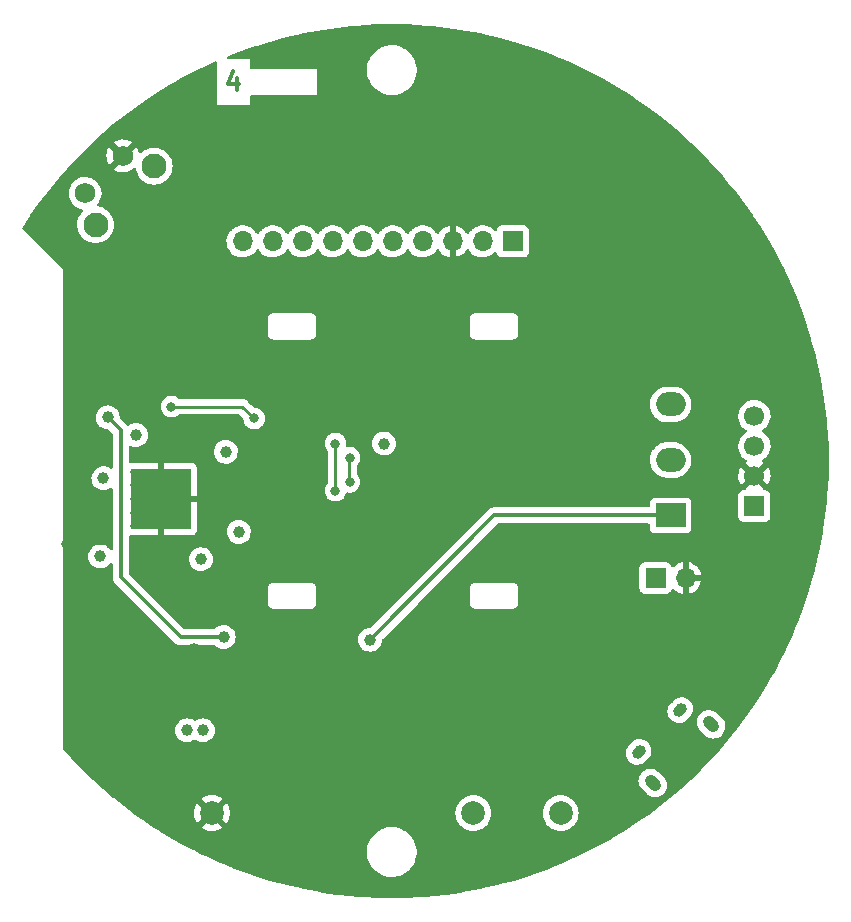
<source format=gbr>
%TF.GenerationSoftware,KiCad,Pcbnew,(6.0.4)*%
%TF.CreationDate,2022-03-21T16:24:48+00:00*%
%TF.ProjectId,Ball_Remote_Components,42616c6c-5f52-4656-9d6f-74655f436f6d,rev?*%
%TF.SameCoordinates,Original*%
%TF.FileFunction,Copper,L4,Bot*%
%TF.FilePolarity,Positive*%
%FSLAX46Y46*%
G04 Gerber Fmt 4.6, Leading zero omitted, Abs format (unit mm)*
G04 Created by KiCad (PCBNEW (6.0.4)) date 2022-03-21 16:24:48*
%MOMM*%
%LPD*%
G01*
G04 APERTURE LIST*
G04 Aperture macros list*
%AMHorizOval*
0 Thick line with rounded ends*
0 $1 width*
0 $2 $3 position (X,Y) of the first rounded end (center of the circle)*
0 $4 $5 position (X,Y) of the second rounded end (center of the circle)*
0 Add line between two ends*
20,1,$1,$2,$3,$4,$5,0*
0 Add two circle primitives to create the rounded ends*
1,1,$1,$2,$3*
1,1,$1,$4,$5*%
G04 Aperture macros list end*
%ADD10C,0.300000*%
%TA.AperFunction,NonConductor*%
%ADD11C,0.300000*%
%TD*%
%TA.AperFunction,ComponentPad*%
%ADD12C,2.000000*%
%TD*%
%TA.AperFunction,ComponentPad*%
%ADD13R,1.700000X1.700000*%
%TD*%
%TA.AperFunction,ComponentPad*%
%ADD14C,1.700000*%
%TD*%
%TA.AperFunction,ComponentPad*%
%ADD15R,2.500000X2.000000*%
%TD*%
%TA.AperFunction,ComponentPad*%
%ADD16O,2.500000X2.000000*%
%TD*%
%TA.AperFunction,ComponentPad*%
%ADD17HorizOval,0.950000X0.106066X0.106066X-0.106066X-0.106066X0*%
%TD*%
%TA.AperFunction,ComponentPad*%
%ADD18HorizOval,1.000000X-0.194454X0.194454X0.194454X-0.194454X0*%
%TD*%
%TA.AperFunction,ComponentPad*%
%ADD19O,1.700000X1.700000*%
%TD*%
%TA.AperFunction,ComponentPad*%
%ADD20C,0.500000*%
%TD*%
%TA.AperFunction,SMDPad,CuDef*%
%ADD21R,5.150000X5.150000*%
%TD*%
%TA.AperFunction,ComponentPad*%
%ADD22C,2.100000*%
%TD*%
%TA.AperFunction,ComponentPad*%
%ADD23C,1.750000*%
%TD*%
%TA.AperFunction,ViaPad*%
%ADD24C,1.000000*%
%TD*%
%TA.AperFunction,ViaPad*%
%ADD25C,0.400000*%
%TD*%
%TA.AperFunction,ViaPad*%
%ADD26C,0.800000*%
%TD*%
%TA.AperFunction,Conductor*%
%ADD27C,0.350000*%
%TD*%
%TA.AperFunction,Conductor*%
%ADD28C,0.250000*%
%TD*%
G04 APERTURE END LIST*
D10*
%TO.C,FID1*%
D11*
X132760714Y-72866071D02*
X132760714Y-73866071D01*
X132403571Y-72294642D02*
X132046428Y-73366071D01*
X132975000Y-73366071D01*
%TD*%
D12*
%TO.P,TP2,1,1*%
%TO.N,+2V8*%
X160175000Y-135087500D03*
%TD*%
D13*
%TO.P,J3,1,Pin_1*%
%TO.N,+2V8*%
X176575000Y-109097500D03*
D14*
%TO.P,J3,2,Pin_2*%
%TO.N,GND*%
X176575000Y-106557500D03*
%TO.P,J3,3,Pin_3*%
%TO.N,/SWIO*%
X176575000Y-104017500D03*
%TO.P,J3,4,Pin_4*%
%TO.N,/SWCLK*%
X176575000Y-101477500D03*
%TD*%
D15*
%TO.P,SW1,1,A*%
%TO.N,/BATT_ON_OFF*%
X169475000Y-109887500D03*
D16*
%TO.P,SW1,2,B*%
%TO.N,/BATT+*%
X169475000Y-105187500D03*
%TO.P,SW1,3,C*%
%TO.N,unconnected-(SW1-Pad3)*%
X169475000Y-100487500D03*
%TD*%
D17*
%TO.P,J2,*%
%TO.N,*%
X166762205Y-129910239D03*
X170297739Y-126374705D03*
D18*
X172914034Y-127576786D03*
%TO.P,J2,6,Shield*%
%TO.N,unconnected-(J2-Pad6)*%
X167964286Y-132526534D03*
%TD*%
D12*
%TO.P,TP1,1,1*%
%TO.N,GND*%
X130637500Y-135087500D03*
%TD*%
D13*
%TO.P,J1,1,Pin_1*%
%TO.N,unconnected-(J1-Pad1)*%
X156100000Y-86687500D03*
D19*
%TO.P,J1,2,Pin_2*%
%TO.N,+2V8*%
X153560000Y-86687500D03*
%TO.P,J1,3,Pin_3*%
%TO.N,GND*%
X151020000Y-86687500D03*
%TO.P,J1,4,Pin_4*%
%TO.N,/I2C_CLK*%
X148480000Y-86687500D03*
%TO.P,J1,5,Pin_5*%
%TO.N,/12C_SDA*%
X145940000Y-86687500D03*
%TO.P,J1,6,Pin_6*%
%TO.N,/G_INT*%
X143400000Y-86687500D03*
%TO.P,J1,7,Pin_7*%
%TO.N,/G_RDY*%
X140860000Y-86687500D03*
%TO.P,J1,8,Pin_8*%
%TO.N,unconnected-(J1-Pad8)*%
X138320000Y-86687500D03*
%TO.P,J1,9,Pin_9*%
%TO.N,unconnected-(J1-Pad9)*%
X135780000Y-86687500D03*
%TO.P,J1,10,Pin_10*%
%TO.N,unconnected-(J1-Pad10)*%
X133240000Y-86687500D03*
%TD*%
D20*
%TO.P,U3,49,GND*%
%TO.N,GND*%
X128625000Y-107337500D03*
X123975000Y-107337500D03*
X123975000Y-109662500D03*
X125137500Y-107337500D03*
X128625000Y-106175000D03*
X125137500Y-109662500D03*
X126300000Y-109662500D03*
X125137500Y-108500000D03*
X127462500Y-108500000D03*
D21*
X126300000Y-108500000D03*
D20*
X128625000Y-108500000D03*
X127462500Y-109662500D03*
X126300000Y-107337500D03*
X125137500Y-106175000D03*
X126300000Y-110825000D03*
X123975000Y-110825000D03*
X127462500Y-110825000D03*
X123975000Y-108500000D03*
X126300000Y-108500000D03*
X128625000Y-109662500D03*
X126300000Y-106175000D03*
X125137500Y-110825000D03*
X127462500Y-107337500D03*
X127462500Y-106175000D03*
X128625000Y-110825000D03*
X123975000Y-106175000D03*
%TD*%
D22*
%TO.P,RESET1,*%
%TO.N,*%
X120789959Y-85269884D03*
X125746778Y-80313066D03*
D23*
%TO.P,RESET1,1,1*%
%TO.N,/RESET*%
X119913147Y-82625305D03*
%TO.P,RESET1,2,2*%
%TO.N,GND*%
X123095128Y-79443324D03*
%TD*%
D12*
%TO.P,TP3,1,1*%
%TO.N,VCC*%
X152775000Y-135087500D03*
%TD*%
D13*
%TO.P,BT1,1,+*%
%TO.N,/BATT+*%
X168200000Y-115187500D03*
D19*
%TO.P,BT1,2,-*%
%TO.N,GND*%
X170740000Y-115187500D03*
%TD*%
D24*
%TO.N,GND*%
X134918750Y-110381250D03*
D25*
X118500000Y-98500000D03*
D26*
X158000000Y-113000000D03*
X147000000Y-80000000D03*
X150000000Y-118000000D03*
D25*
X122019174Y-110310500D03*
D26*
X120000000Y-119000000D03*
X129600000Y-115100000D03*
X162000000Y-101000000D03*
X162000000Y-91000000D03*
D25*
X118500000Y-107500000D03*
D26*
X142000000Y-110000000D03*
X139000000Y-100000000D03*
X152000000Y-102000000D03*
X177000000Y-115000000D03*
D25*
X118500000Y-103500000D03*
X118500000Y-101500000D03*
D24*
X143075000Y-121887500D03*
X132675000Y-128187500D03*
D26*
X125800000Y-115100000D03*
D25*
X120000000Y-109080000D03*
D26*
X162000000Y-81000000D03*
D25*
X118500000Y-105500000D03*
D26*
X132000000Y-80000000D03*
X142000000Y-94000000D03*
D25*
X119980000Y-110380000D03*
D24*
X129100000Y-121187500D03*
D25*
X118500000Y-117500000D03*
D24*
X139137500Y-124287500D03*
D26*
X127000000Y-87000000D03*
X163000000Y-132000000D03*
D25*
X118500000Y-99500000D03*
D26*
X119000000Y-90000000D03*
D25*
X120940000Y-109100000D03*
D26*
X127400000Y-115100000D03*
X143000000Y-116000000D03*
D25*
X118500000Y-100500000D03*
X118500000Y-116500000D03*
D26*
X132800000Y-118000000D03*
D24*
X126937500Y-122087500D03*
D26*
X128000000Y-96000000D03*
X149000000Y-94000000D03*
X175000000Y-124000000D03*
D25*
X120970000Y-110360000D03*
D24*
X169328544Y-125375024D03*
D25*
X118500000Y-102500000D03*
X118500000Y-111000000D03*
D24*
X127170517Y-113005441D03*
D25*
X118500000Y-113500000D03*
X118930000Y-110430000D03*
D26*
X154000000Y-108000000D03*
X122675000Y-123787500D03*
D25*
X118500000Y-114500000D03*
D26*
X177000000Y-96000000D03*
D24*
X124218750Y-100581250D03*
D26*
X151000000Y-127000000D03*
X163000000Y-126000000D03*
X119600000Y-113600000D03*
X120000000Y-130000000D03*
D24*
X145450000Y-121587500D03*
D26*
X164000000Y-118000000D03*
D25*
X118950000Y-109060000D03*
D26*
X155000000Y-72000000D03*
D25*
X118500000Y-115500000D03*
D26*
X139100000Y-128900000D03*
D25*
X118500000Y-104500000D03*
D26*
X118300000Y-112300000D03*
D25*
X118500000Y-106500000D03*
D24*
%TO.N,+2V8*%
X124219174Y-103080826D03*
X129718750Y-113600000D03*
X131818750Y-104500000D03*
X132918750Y-111281250D03*
X145200000Y-103800000D03*
X121460000Y-106740000D03*
X129875000Y-128087500D03*
X121170000Y-113360000D03*
X128537500Y-128087500D03*
%TO.N,/Battery_Level*%
X131637500Y-120187500D03*
X121818750Y-101581250D03*
D26*
%TO.N,/SPI_MISO*%
X142300000Y-107050000D03*
X142300000Y-105000000D03*
%TO.N,/SPI_MOSI*%
X141100000Y-103800000D03*
X141100000Y-107800000D03*
%TO.N,/BOOT0*%
X134218750Y-101681250D03*
X127218750Y-100681250D03*
D24*
%TO.N,/BATT_ON_OFF*%
X144037500Y-120412500D03*
%TD*%
D27*
%TO.N,/Battery_Level*%
X121818750Y-101581250D02*
X122918750Y-102681250D01*
X127987500Y-120187500D02*
X131637500Y-120187500D01*
X122918750Y-102681250D02*
X122918750Y-115118750D01*
X122918750Y-115118750D02*
X127987500Y-120187500D01*
D28*
%TO.N,/SPI_MISO*%
X142275000Y-106987500D02*
X142275000Y-105025000D01*
X142275000Y-105025000D02*
X142300000Y-105000000D01*
%TO.N,/SPI_MOSI*%
X141075000Y-107787500D02*
X141075000Y-103787500D01*
%TO.N,/BOOT0*%
X133218750Y-100681250D02*
X134218750Y-101681250D01*
X127218750Y-100681250D02*
X133218750Y-100681250D01*
D27*
%TO.N,/BATT_ON_OFF*%
X169475000Y-109887500D02*
X154562500Y-109887500D01*
X154562500Y-109887500D02*
X144037500Y-120412500D01*
%TD*%
%TA.AperFunction,Conductor*%
%TO.N,GND*%
G36*
X146183713Y-68300850D02*
G01*
X147034942Y-68314222D01*
X147038898Y-68314346D01*
X148195720Y-68368900D01*
X148199671Y-68369148D01*
X148776962Y-68414582D01*
X149354262Y-68460017D01*
X149358178Y-68460387D01*
X150509294Y-68587472D01*
X150513217Y-68587967D01*
X151659783Y-68751148D01*
X151663692Y-68751767D01*
X152199886Y-68845347D01*
X152804602Y-68950887D01*
X152808439Y-68951619D01*
X153352061Y-69064198D01*
X153942493Y-69186471D01*
X153946356Y-69187334D01*
X154763992Y-69383631D01*
X155072515Y-69457701D01*
X155076329Y-69458680D01*
X156193398Y-69764276D01*
X156197165Y-69765370D01*
X157304111Y-70105911D01*
X157307855Y-70107127D01*
X157436163Y-70151057D01*
X158403559Y-70482271D01*
X158407283Y-70483612D01*
X159096590Y-70744079D01*
X159487711Y-70891871D01*
X159490627Y-70892973D01*
X159494297Y-70894426D01*
X159840886Y-71037988D01*
X160564263Y-71337621D01*
X160567896Y-71339193D01*
X161002501Y-71535424D01*
X161623451Y-71815793D01*
X161627000Y-71817465D01*
X162181622Y-72089171D01*
X162667010Y-72326960D01*
X162670488Y-72328731D01*
X163694097Y-72870704D01*
X163697452Y-72872548D01*
X164256904Y-73191654D01*
X164703489Y-73446382D01*
X164706896Y-73448397D01*
X164978255Y-73614686D01*
X165694372Y-74053523D01*
X165697674Y-74055619D01*
X166425855Y-74533945D01*
X166665652Y-74691462D01*
X166668926Y-74693687D01*
X167616451Y-75359619D01*
X167619653Y-75361946D01*
X168545762Y-76057288D01*
X168548890Y-76059714D01*
X169452738Y-76783832D01*
X169455787Y-76786355D01*
X170336405Y-77538474D01*
X170339375Y-77541092D01*
X170885069Y-78037636D01*
X171156860Y-78284946D01*
X171195957Y-78320522D01*
X171198837Y-78323227D01*
X172030550Y-79129213D01*
X172033287Y-79131950D01*
X172741822Y-79863101D01*
X172839269Y-79963658D01*
X172841974Y-79966538D01*
X173007757Y-80148732D01*
X173621408Y-80823125D01*
X173624026Y-80826095D01*
X174376145Y-81706713D01*
X174378668Y-81709762D01*
X175102786Y-82613610D01*
X175105212Y-82616738D01*
X175800554Y-83542847D01*
X175802881Y-83546049D01*
X176468813Y-84493574D01*
X176471038Y-84496848D01*
X177095237Y-85447099D01*
X177106868Y-85464806D01*
X177108977Y-85468128D01*
X177344371Y-85852257D01*
X177714103Y-86455604D01*
X177716118Y-86459011D01*
X177885911Y-86756689D01*
X178289952Y-87465048D01*
X178291796Y-87468403D01*
X178833769Y-88492012D01*
X178835540Y-88495490D01*
X179073094Y-88980397D01*
X179345028Y-89535484D01*
X179346714Y-89539065D01*
X179823307Y-90594604D01*
X179824879Y-90598237D01*
X180268070Y-91668193D01*
X180269527Y-91671873D01*
X180678888Y-92755217D01*
X180680229Y-92758941D01*
X181055369Y-93854634D01*
X181056589Y-93858389D01*
X181395862Y-94961211D01*
X181397125Y-94965318D01*
X181398224Y-94969102D01*
X181405527Y-94995796D01*
X181703817Y-96086161D01*
X181704802Y-96089995D01*
X181975166Y-97216144D01*
X181976029Y-97220007D01*
X182210876Y-98354036D01*
X182211618Y-98357924D01*
X182410733Y-99498808D01*
X182411352Y-99502717D01*
X182574533Y-100649283D01*
X182575028Y-100653206D01*
X182698336Y-101770108D01*
X182702111Y-101804306D01*
X182702483Y-101808238D01*
X182735134Y-102223102D01*
X182793352Y-102962829D01*
X182793600Y-102966780D01*
X182848154Y-104123602D01*
X182848278Y-104127558D01*
X182859197Y-104822588D01*
X182862829Y-105053783D01*
X182866469Y-105285521D01*
X182866469Y-105289473D01*
X182864418Y-105420021D01*
X182848278Y-106447442D01*
X182848154Y-106451398D01*
X182793600Y-107608220D01*
X182793352Y-107612171D01*
X182762105Y-108009203D01*
X182707177Y-108707128D01*
X182702484Y-108766753D01*
X182702113Y-108770678D01*
X182646474Y-109274645D01*
X182575029Y-109921790D01*
X182574533Y-109925717D01*
X182411352Y-111072283D01*
X182410733Y-111076192D01*
X182364470Y-111341267D01*
X182212543Y-112211778D01*
X182211618Y-112217076D01*
X182210881Y-112220939D01*
X182119131Y-112663980D01*
X181976029Y-113354993D01*
X181975166Y-113358856D01*
X181799827Y-114089197D01*
X181711856Y-114455625D01*
X181704802Y-114485005D01*
X181703820Y-114488829D01*
X181402117Y-115591670D01*
X181398229Y-115605881D01*
X181397130Y-115609665D01*
X181118025Y-116516910D01*
X181056592Y-116716601D01*
X181055369Y-116720366D01*
X180680229Y-117816059D01*
X180678888Y-117819783D01*
X180269527Y-118903127D01*
X180268074Y-118906797D01*
X180124547Y-119253302D01*
X179824879Y-119976763D01*
X179823307Y-119980396D01*
X179647435Y-120369911D01*
X179366875Y-120991284D01*
X179346714Y-121035935D01*
X179345035Y-121039500D01*
X179163061Y-121410957D01*
X178835540Y-122079510D01*
X178833769Y-122082988D01*
X178291796Y-123106597D01*
X178289952Y-123109952D01*
X177916424Y-123764816D01*
X177716118Y-124115989D01*
X177714103Y-124119396D01*
X177108989Y-125106852D01*
X177106881Y-125110174D01*
X176641675Y-125818382D01*
X176471038Y-126078152D01*
X176468813Y-126081426D01*
X175802881Y-127028951D01*
X175800554Y-127032153D01*
X175105212Y-127958262D01*
X175102786Y-127961390D01*
X174378668Y-128865238D01*
X174376145Y-128868287D01*
X173624026Y-129748905D01*
X173621408Y-129751875D01*
X173414527Y-129979234D01*
X173011837Y-130421785D01*
X172841978Y-130608457D01*
X172839273Y-130611337D01*
X172033287Y-131443050D01*
X172030550Y-131445787D01*
X171198842Y-132251769D01*
X171195957Y-132254478D01*
X170339375Y-133033908D01*
X170336405Y-133036526D01*
X169455787Y-133788645D01*
X169452738Y-133791168D01*
X168548890Y-134515286D01*
X168545762Y-134517712D01*
X167619653Y-135213054D01*
X167616451Y-135215381D01*
X166668926Y-135881313D01*
X166665652Y-135883538D01*
X166562001Y-135951624D01*
X165697674Y-136519381D01*
X165694372Y-136521477D01*
X165310728Y-136756574D01*
X164706896Y-137126603D01*
X164703489Y-137128618D01*
X164352316Y-137328924D01*
X163697452Y-137702452D01*
X163694097Y-137704296D01*
X162670488Y-138246269D01*
X162667010Y-138248040D01*
X162653217Y-138254797D01*
X161627000Y-138757535D01*
X161623451Y-138759207D01*
X161067574Y-139010194D01*
X160567896Y-139235807D01*
X160564263Y-139237379D01*
X159942242Y-139495029D01*
X159704124Y-139593661D01*
X159494307Y-139680570D01*
X159490637Y-139682023D01*
X159212507Y-139787120D01*
X158407283Y-140091388D01*
X158403559Y-140092729D01*
X157744978Y-140318212D01*
X157307855Y-140467873D01*
X157304111Y-140469089D01*
X156197165Y-140809630D01*
X156193398Y-140810724D01*
X155076329Y-141116320D01*
X155072515Y-141117299D01*
X154763992Y-141191369D01*
X153946356Y-141387666D01*
X153942493Y-141388529D01*
X153352061Y-141510802D01*
X152808439Y-141623381D01*
X152804602Y-141624113D01*
X152199886Y-141729653D01*
X151663692Y-141823233D01*
X151659783Y-141823852D01*
X150513217Y-141987033D01*
X150509294Y-141987528D01*
X149358178Y-142114613D01*
X149354262Y-142114983D01*
X148776962Y-142160418D01*
X148199671Y-142205852D01*
X148195720Y-142206100D01*
X147038898Y-142260654D01*
X147034942Y-142260778D01*
X146183713Y-142274150D01*
X145876973Y-142278969D01*
X145873027Y-142278969D01*
X145566287Y-142274150D01*
X144715058Y-142260778D01*
X144711102Y-142260654D01*
X143554280Y-142206100D01*
X143550329Y-142205852D01*
X142973038Y-142160418D01*
X142395738Y-142114983D01*
X142391822Y-142114613D01*
X141240706Y-141987528D01*
X141236783Y-141987033D01*
X140090217Y-141823852D01*
X140086308Y-141823233D01*
X139550114Y-141729653D01*
X138945398Y-141624113D01*
X138941561Y-141623381D01*
X138397939Y-141510802D01*
X137807507Y-141388529D01*
X137803644Y-141387666D01*
X136986008Y-141191369D01*
X136677485Y-141117299D01*
X136673671Y-141116320D01*
X135556602Y-140810724D01*
X135552835Y-140809630D01*
X134445889Y-140469089D01*
X134442145Y-140467873D01*
X134005022Y-140318212D01*
X133346441Y-140092729D01*
X133342717Y-140091388D01*
X132537493Y-139787120D01*
X132259363Y-139682023D01*
X132255693Y-139680570D01*
X132045877Y-139593661D01*
X131807758Y-139495029D01*
X131185737Y-139237379D01*
X131182104Y-139235807D01*
X130682426Y-139010194D01*
X130126549Y-138759207D01*
X130123000Y-138757535D01*
X129638545Y-138520203D01*
X143765743Y-138520203D01*
X143803268Y-138805234D01*
X143879129Y-139082536D01*
X143880813Y-139086484D01*
X143945176Y-139237379D01*
X143991923Y-139346976D01*
X144139561Y-139593661D01*
X144319313Y-139818028D01*
X144527851Y-140015923D01*
X144761317Y-140183686D01*
X144765112Y-140185695D01*
X144765113Y-140185696D01*
X144786869Y-140197215D01*
X145015392Y-140318212D01*
X145285373Y-140417011D01*
X145566264Y-140478255D01*
X145594841Y-140480504D01*
X145789282Y-140495807D01*
X145789291Y-140495807D01*
X145791739Y-140496000D01*
X145947271Y-140496000D01*
X145949407Y-140495854D01*
X145949418Y-140495854D01*
X146157548Y-140481665D01*
X146157554Y-140481664D01*
X146161825Y-140481373D01*
X146166020Y-140480504D01*
X146166022Y-140480504D01*
X146302583Y-140452224D01*
X146443342Y-140423074D01*
X146714343Y-140327107D01*
X146969812Y-140195250D01*
X146973313Y-140192789D01*
X146973317Y-140192787D01*
X147117593Y-140091388D01*
X147205023Y-140029941D01*
X147415622Y-139834240D01*
X147597713Y-139611768D01*
X147747927Y-139366642D01*
X147804670Y-139237379D01*
X147861757Y-139107330D01*
X147863483Y-139103398D01*
X147942244Y-138826906D01*
X147982751Y-138542284D01*
X147982845Y-138524451D01*
X147984235Y-138259083D01*
X147984235Y-138259076D01*
X147984257Y-138254797D01*
X147983368Y-138248040D01*
X147947292Y-137974022D01*
X147946732Y-137969766D01*
X147870871Y-137692464D01*
X147758077Y-137428024D01*
X147610439Y-137181339D01*
X147430687Y-136956972D01*
X147222149Y-136759077D01*
X146988683Y-136591314D01*
X146966843Y-136579750D01*
X146943654Y-136567472D01*
X146734608Y-136456788D01*
X146464627Y-136357989D01*
X146183736Y-136296745D01*
X146152685Y-136294301D01*
X145960718Y-136279193D01*
X145960709Y-136279193D01*
X145958261Y-136279000D01*
X145802729Y-136279000D01*
X145800593Y-136279146D01*
X145800582Y-136279146D01*
X145592452Y-136293335D01*
X145592446Y-136293336D01*
X145588175Y-136293627D01*
X145583980Y-136294496D01*
X145583978Y-136294496D01*
X145505085Y-136310834D01*
X145306658Y-136351926D01*
X145035657Y-136447893D01*
X144780188Y-136579750D01*
X144776687Y-136582211D01*
X144776683Y-136582213D01*
X144766594Y-136589304D01*
X144544977Y-136745059D01*
X144334378Y-136940760D01*
X144152287Y-137163232D01*
X144002073Y-137408358D01*
X143886517Y-137671602D01*
X143807756Y-137948094D01*
X143767249Y-138232716D01*
X143767227Y-138237005D01*
X143767226Y-138237012D01*
X143765765Y-138515917D01*
X143765743Y-138520203D01*
X129638545Y-138520203D01*
X129096783Y-138254797D01*
X129082990Y-138248040D01*
X129079512Y-138246269D01*
X128055903Y-137704296D01*
X128052548Y-137702452D01*
X127397684Y-137328924D01*
X127046511Y-137128618D01*
X127043104Y-137126603D01*
X126439272Y-136756574D01*
X126055628Y-136521477D01*
X126052326Y-136519381D01*
X125749056Y-136320170D01*
X129769660Y-136320170D01*
X129775387Y-136327820D01*
X129946542Y-136432705D01*
X129955337Y-136437187D01*
X130165488Y-136524234D01*
X130174873Y-136527283D01*
X130396054Y-136580385D01*
X130405801Y-136581928D01*
X130632570Y-136599775D01*
X130642430Y-136599775D01*
X130869199Y-136581928D01*
X130878946Y-136580385D01*
X131100127Y-136527283D01*
X131109512Y-136524234D01*
X131319663Y-136437187D01*
X131328458Y-136432705D01*
X131495945Y-136330068D01*
X131505407Y-136319610D01*
X131501624Y-136310834D01*
X130650312Y-135459522D01*
X130636368Y-135451908D01*
X130634535Y-135452039D01*
X130627920Y-135456290D01*
X129776420Y-136307790D01*
X129769660Y-136320170D01*
X125749056Y-136320170D01*
X125187999Y-135951624D01*
X125084348Y-135883538D01*
X125081074Y-135881313D01*
X124133549Y-135215381D01*
X124130347Y-135213054D01*
X123969691Y-135092430D01*
X129125225Y-135092430D01*
X129143072Y-135319199D01*
X129144615Y-135328946D01*
X129197717Y-135550127D01*
X129200766Y-135559512D01*
X129287813Y-135769663D01*
X129292295Y-135778458D01*
X129394932Y-135945945D01*
X129405390Y-135955407D01*
X129414166Y-135951624D01*
X130265478Y-135100312D01*
X130271856Y-135088632D01*
X131001908Y-135088632D01*
X131002039Y-135090465D01*
X131006290Y-135097080D01*
X131857790Y-135948580D01*
X131870170Y-135955340D01*
X131877820Y-135949613D01*
X131982705Y-135778458D01*
X131987187Y-135769663D01*
X132074234Y-135559512D01*
X132077283Y-135550127D01*
X132130385Y-135328946D01*
X132131928Y-135319199D01*
X132149775Y-135092430D01*
X132149775Y-135087500D01*
X151261835Y-135087500D01*
X151280465Y-135324211D01*
X151335895Y-135555094D01*
X151337788Y-135559665D01*
X151337789Y-135559667D01*
X151424772Y-135769663D01*
X151426760Y-135774463D01*
X151429346Y-135778683D01*
X151548241Y-135972702D01*
X151548245Y-135972708D01*
X151550824Y-135976916D01*
X151705031Y-136157469D01*
X151885584Y-136311676D01*
X151889792Y-136314255D01*
X151889798Y-136314259D01*
X152083084Y-136432705D01*
X152088037Y-136435740D01*
X152092607Y-136437633D01*
X152092611Y-136437635D01*
X152302833Y-136524711D01*
X152307406Y-136526605D01*
X152387609Y-136545860D01*
X152533476Y-136580880D01*
X152533482Y-136580881D01*
X152538289Y-136582035D01*
X152775000Y-136600665D01*
X153011711Y-136582035D01*
X153016518Y-136580881D01*
X153016524Y-136580880D01*
X153162391Y-136545860D01*
X153242594Y-136526605D01*
X153247167Y-136524711D01*
X153457389Y-136437635D01*
X153457393Y-136437633D01*
X153461963Y-136435740D01*
X153466916Y-136432705D01*
X153660202Y-136314259D01*
X153660208Y-136314255D01*
X153664416Y-136311676D01*
X153844969Y-136157469D01*
X153999176Y-135976916D01*
X154001755Y-135972708D01*
X154001759Y-135972702D01*
X154120654Y-135778683D01*
X154123240Y-135774463D01*
X154125229Y-135769663D01*
X154212211Y-135559667D01*
X154212212Y-135559665D01*
X154214105Y-135555094D01*
X154269535Y-135324211D01*
X154288165Y-135087500D01*
X158661835Y-135087500D01*
X158680465Y-135324211D01*
X158735895Y-135555094D01*
X158737788Y-135559665D01*
X158737789Y-135559667D01*
X158824772Y-135769663D01*
X158826760Y-135774463D01*
X158829346Y-135778683D01*
X158948241Y-135972702D01*
X158948245Y-135972708D01*
X158950824Y-135976916D01*
X159105031Y-136157469D01*
X159285584Y-136311676D01*
X159289792Y-136314255D01*
X159289798Y-136314259D01*
X159483084Y-136432705D01*
X159488037Y-136435740D01*
X159492607Y-136437633D01*
X159492611Y-136437635D01*
X159702833Y-136524711D01*
X159707406Y-136526605D01*
X159787609Y-136545860D01*
X159933476Y-136580880D01*
X159933482Y-136580881D01*
X159938289Y-136582035D01*
X160175000Y-136600665D01*
X160411711Y-136582035D01*
X160416518Y-136580881D01*
X160416524Y-136580880D01*
X160562391Y-136545860D01*
X160642594Y-136526605D01*
X160647167Y-136524711D01*
X160857389Y-136437635D01*
X160857393Y-136437633D01*
X160861963Y-136435740D01*
X160866916Y-136432705D01*
X161060202Y-136314259D01*
X161060208Y-136314255D01*
X161064416Y-136311676D01*
X161244969Y-136157469D01*
X161399176Y-135976916D01*
X161401755Y-135972708D01*
X161401759Y-135972702D01*
X161520654Y-135778683D01*
X161523240Y-135774463D01*
X161525229Y-135769663D01*
X161612211Y-135559667D01*
X161612212Y-135559665D01*
X161614105Y-135555094D01*
X161669535Y-135324211D01*
X161688165Y-135087500D01*
X161669535Y-134850789D01*
X161614105Y-134619906D01*
X161571281Y-134516519D01*
X161525135Y-134405111D01*
X161525133Y-134405107D01*
X161523240Y-134400537D01*
X161520654Y-134396317D01*
X161401759Y-134202298D01*
X161401755Y-134202292D01*
X161399176Y-134198084D01*
X161244969Y-134017531D01*
X161064416Y-133863324D01*
X161060208Y-133860745D01*
X161060202Y-133860741D01*
X160866183Y-133741846D01*
X160861963Y-133739260D01*
X160857393Y-133737367D01*
X160857389Y-133737365D01*
X160647167Y-133650289D01*
X160647165Y-133650288D01*
X160642594Y-133648395D01*
X160562391Y-133629140D01*
X160416524Y-133594120D01*
X160416518Y-133594119D01*
X160411711Y-133592965D01*
X160175000Y-133574335D01*
X159938289Y-133592965D01*
X159933482Y-133594119D01*
X159933476Y-133594120D01*
X159787609Y-133629140D01*
X159707406Y-133648395D01*
X159702835Y-133650288D01*
X159702833Y-133650289D01*
X159492611Y-133737365D01*
X159492607Y-133737367D01*
X159488037Y-133739260D01*
X159483817Y-133741846D01*
X159289798Y-133860741D01*
X159289792Y-133860745D01*
X159285584Y-133863324D01*
X159105031Y-134017531D01*
X158950824Y-134198084D01*
X158948245Y-134202292D01*
X158948241Y-134202298D01*
X158829346Y-134396317D01*
X158826760Y-134400537D01*
X158824867Y-134405107D01*
X158824865Y-134405111D01*
X158778719Y-134516519D01*
X158735895Y-134619906D01*
X158680465Y-134850789D01*
X158661835Y-135087500D01*
X154288165Y-135087500D01*
X154269535Y-134850789D01*
X154214105Y-134619906D01*
X154171281Y-134516519D01*
X154125135Y-134405111D01*
X154125133Y-134405107D01*
X154123240Y-134400537D01*
X154120654Y-134396317D01*
X154001759Y-134202298D01*
X154001755Y-134202292D01*
X153999176Y-134198084D01*
X153844969Y-134017531D01*
X153664416Y-133863324D01*
X153660208Y-133860745D01*
X153660202Y-133860741D01*
X153466183Y-133741846D01*
X153461963Y-133739260D01*
X153457393Y-133737367D01*
X153457389Y-133737365D01*
X153247167Y-133650289D01*
X153247165Y-133650288D01*
X153242594Y-133648395D01*
X153162391Y-133629140D01*
X153016524Y-133594120D01*
X153016518Y-133594119D01*
X153011711Y-133592965D01*
X152775000Y-133574335D01*
X152538289Y-133592965D01*
X152533482Y-133594119D01*
X152533476Y-133594120D01*
X152387609Y-133629140D01*
X152307406Y-133648395D01*
X152302835Y-133650288D01*
X152302833Y-133650289D01*
X152092611Y-133737365D01*
X152092607Y-133737367D01*
X152088037Y-133739260D01*
X152083817Y-133741846D01*
X151889798Y-133860741D01*
X151889792Y-133860745D01*
X151885584Y-133863324D01*
X151705031Y-134017531D01*
X151550824Y-134198084D01*
X151548245Y-134202292D01*
X151548241Y-134202298D01*
X151429346Y-134396317D01*
X151426760Y-134400537D01*
X151424867Y-134405107D01*
X151424865Y-134405111D01*
X151378719Y-134516519D01*
X151335895Y-134619906D01*
X151280465Y-134850789D01*
X151261835Y-135087500D01*
X132149775Y-135087500D01*
X132149775Y-135082570D01*
X132131928Y-134855801D01*
X132130385Y-134846054D01*
X132077283Y-134624873D01*
X132074234Y-134615488D01*
X131987187Y-134405337D01*
X131982705Y-134396542D01*
X131880068Y-134229055D01*
X131869610Y-134219593D01*
X131860834Y-134223376D01*
X131009522Y-135074688D01*
X131001908Y-135088632D01*
X130271856Y-135088632D01*
X130273092Y-135086368D01*
X130272961Y-135084535D01*
X130268710Y-135077920D01*
X129417210Y-134226420D01*
X129404830Y-134219660D01*
X129397180Y-134225387D01*
X129292295Y-134396542D01*
X129287813Y-134405337D01*
X129200766Y-134615488D01*
X129197717Y-134624873D01*
X129144615Y-134846054D01*
X129143072Y-134855801D01*
X129125225Y-135082570D01*
X129125225Y-135092430D01*
X123969691Y-135092430D01*
X123204238Y-134517712D01*
X123201110Y-134515286D01*
X122377424Y-133855390D01*
X129769593Y-133855390D01*
X129773376Y-133864166D01*
X130624688Y-134715478D01*
X130638632Y-134723092D01*
X130640465Y-134722961D01*
X130647080Y-134718710D01*
X131498580Y-133867210D01*
X131505340Y-133854830D01*
X131499613Y-133847180D01*
X131328458Y-133742295D01*
X131319663Y-133737813D01*
X131109512Y-133650766D01*
X131100127Y-133647717D01*
X130878946Y-133594615D01*
X130869199Y-133593072D01*
X130642430Y-133575225D01*
X130632570Y-133575225D01*
X130405801Y-133593072D01*
X130396054Y-133594615D01*
X130174873Y-133647717D01*
X130165488Y-133650766D01*
X129955337Y-133737813D01*
X129946542Y-133742295D01*
X129779055Y-133844932D01*
X129769593Y-133855390D01*
X122377424Y-133855390D01*
X122297262Y-133791168D01*
X122294213Y-133788645D01*
X121413595Y-133036526D01*
X121410625Y-133033908D01*
X120627664Y-132321468D01*
X166756508Y-132321468D01*
X166773745Y-132518493D01*
X166775464Y-132524410D01*
X166775465Y-132524415D01*
X166813446Y-132655144D01*
X166828923Y-132708416D01*
X166919940Y-132884006D01*
X167016570Y-133005053D01*
X167480815Y-133469297D01*
X167595001Y-133563091D01*
X167769303Y-133656550D01*
X167877959Y-133689770D01*
X167952540Y-133712572D01*
X167952542Y-133712572D01*
X167958438Y-133714375D01*
X168016291Y-133720252D01*
X168149074Y-133733740D01*
X168149079Y-133733740D01*
X168155202Y-133734362D01*
X168279265Y-133722634D01*
X168345969Y-133716329D01*
X168345971Y-133716329D01*
X168352102Y-133715749D01*
X168446869Y-133687498D01*
X168535733Y-133661007D01*
X168535735Y-133661006D01*
X168541636Y-133659247D01*
X168716586Y-133567006D01*
X168870287Y-133442541D01*
X168996886Y-133290592D01*
X169091562Y-133116947D01*
X169150705Y-132928220D01*
X169154986Y-132888816D01*
X169171399Y-132737725D01*
X169171399Y-132737721D01*
X169172064Y-132731600D01*
X169154827Y-132534575D01*
X169153108Y-132528658D01*
X169153107Y-132528653D01*
X169101367Y-132350566D01*
X169099649Y-132344652D01*
X169008632Y-132169062D01*
X168912002Y-132048015D01*
X168447757Y-131583771D01*
X168333571Y-131489977D01*
X168159269Y-131396518D01*
X168050613Y-131363298D01*
X167976032Y-131340496D01*
X167976030Y-131340496D01*
X167970134Y-131338693D01*
X167912281Y-131332816D01*
X167779498Y-131319328D01*
X167779493Y-131319328D01*
X167773370Y-131318706D01*
X167649307Y-131330434D01*
X167582603Y-131336739D01*
X167582601Y-131336739D01*
X167576470Y-131337319D01*
X167481703Y-131365570D01*
X167392839Y-131392061D01*
X167392837Y-131392062D01*
X167386936Y-131393821D01*
X167211986Y-131486062D01*
X167058285Y-131610527D01*
X166931686Y-131762476D01*
X166837010Y-131936121D01*
X166777867Y-132124848D01*
X166777202Y-132130971D01*
X166777201Y-132130975D01*
X166773278Y-132167092D01*
X166756508Y-132321468D01*
X120627664Y-132321468D01*
X120554043Y-132254478D01*
X120551158Y-132251769D01*
X119719450Y-131445787D01*
X119716713Y-131443050D01*
X118910727Y-130611337D01*
X118908022Y-130608457D01*
X118738164Y-130421785D01*
X118391183Y-130040458D01*
X165667862Y-130040458D01*
X165692904Y-130238686D01*
X165757293Y-130427828D01*
X165858400Y-130600161D01*
X165992095Y-130748644D01*
X166152915Y-130867210D01*
X166334291Y-130951018D01*
X166528815Y-130996643D01*
X166641196Y-130999782D01*
X166722158Y-131002044D01*
X166722161Y-131002044D01*
X166728540Y-131002222D01*
X166925308Y-130967526D01*
X167111080Y-130893974D01*
X167116427Y-130890475D01*
X167274215Y-130787221D01*
X167274219Y-130787218D01*
X167278267Y-130784569D01*
X167283151Y-130780172D01*
X167599019Y-130464304D01*
X167628768Y-130427828D01*
X167689546Y-130353307D01*
X167689547Y-130353306D01*
X167693578Y-130348363D01*
X167786146Y-130171296D01*
X167841219Y-129979234D01*
X167856548Y-129780020D01*
X167831506Y-129581792D01*
X167767117Y-129392650D01*
X167666010Y-129220317D01*
X167532315Y-129071834D01*
X167371495Y-128953268D01*
X167190119Y-128869460D01*
X166995595Y-128823835D01*
X166883214Y-128820696D01*
X166802252Y-128818434D01*
X166802249Y-128818434D01*
X166795870Y-128818256D01*
X166599102Y-128852952D01*
X166413330Y-128926504D01*
X166407983Y-128930003D01*
X166250195Y-129033257D01*
X166250191Y-129033260D01*
X166246143Y-129035909D01*
X166241259Y-129040306D01*
X165925391Y-129356174D01*
X165830832Y-129472115D01*
X165738264Y-129649182D01*
X165683191Y-129841244D01*
X165667862Y-130040458D01*
X118391183Y-130040458D01*
X118335473Y-129979234D01*
X118128592Y-129751875D01*
X118125994Y-129748929D01*
X118105188Y-129724568D01*
X118076158Y-129659780D01*
X118075000Y-129642739D01*
X118075000Y-128073351D01*
X127524219Y-128073351D01*
X127540768Y-128270434D01*
X127595283Y-128460550D01*
X127598102Y-128466035D01*
X127675821Y-128617258D01*
X127685687Y-128636456D01*
X127808535Y-128791453D01*
X127813228Y-128795447D01*
X127813229Y-128795448D01*
X127879496Y-128851845D01*
X127959150Y-128919636D01*
X128131794Y-129016124D01*
X128319892Y-129077240D01*
X128516277Y-129100658D01*
X128522412Y-129100186D01*
X128522414Y-129100186D01*
X128707330Y-129085957D01*
X128707334Y-129085956D01*
X128713472Y-129085484D01*
X128903963Y-129032298D01*
X128909467Y-129029518D01*
X128909469Y-129029517D01*
X129074995Y-128945904D01*
X129074997Y-128945903D01*
X129080496Y-128943125D01*
X129126607Y-128907100D01*
X129192597Y-128880923D01*
X129262268Y-128894580D01*
X129285840Y-128910436D01*
X129296650Y-128919636D01*
X129469294Y-129016124D01*
X129657392Y-129077240D01*
X129853777Y-129100658D01*
X129859912Y-129100186D01*
X129859914Y-129100186D01*
X130044830Y-129085957D01*
X130044834Y-129085956D01*
X130050972Y-129085484D01*
X130241463Y-129032298D01*
X130246967Y-129029518D01*
X130246969Y-129029517D01*
X130412495Y-128945904D01*
X130412497Y-128945903D01*
X130417996Y-128943125D01*
X130573847Y-128821361D01*
X130703078Y-128671645D01*
X130800769Y-128499679D01*
X130863197Y-128312013D01*
X130887985Y-128115795D01*
X130888380Y-128087500D01*
X130869080Y-127890667D01*
X130811916Y-127701331D01*
X130719066Y-127526704D01*
X130648709Y-127440438D01*
X130597960Y-127378213D01*
X130597957Y-127378210D01*
X130594065Y-127373438D01*
X130587724Y-127368192D01*
X130446425Y-127251299D01*
X130446421Y-127251297D01*
X130441675Y-127247370D01*
X130267701Y-127153302D01*
X130078768Y-127094818D01*
X130072643Y-127094174D01*
X130072642Y-127094174D01*
X129888204Y-127074789D01*
X129888202Y-127074789D01*
X129882075Y-127074145D01*
X129799576Y-127081653D01*
X129691251Y-127091511D01*
X129691248Y-127091512D01*
X129685112Y-127092070D01*
X129679206Y-127093808D01*
X129679202Y-127093809D01*
X129574076Y-127124749D01*
X129495381Y-127147910D01*
X129489923Y-127150763D01*
X129489919Y-127150765D01*
X129399147Y-127198220D01*
X129320110Y-127239540D01*
X129285890Y-127267054D01*
X129220270Y-127294149D01*
X129150415Y-127281466D01*
X129126626Y-127265942D01*
X129108924Y-127251298D01*
X129108919Y-127251295D01*
X129104175Y-127247370D01*
X128930201Y-127153302D01*
X128741268Y-127094818D01*
X128735143Y-127094174D01*
X128735142Y-127094174D01*
X128550704Y-127074789D01*
X128550702Y-127074789D01*
X128544575Y-127074145D01*
X128462076Y-127081653D01*
X128353751Y-127091511D01*
X128353748Y-127091512D01*
X128347612Y-127092070D01*
X128341706Y-127093808D01*
X128341702Y-127093809D01*
X128236576Y-127124749D01*
X128157881Y-127147910D01*
X128152423Y-127150763D01*
X128152419Y-127150765D01*
X128061647Y-127198220D01*
X127982610Y-127239540D01*
X127828475Y-127363468D01*
X127701346Y-127514974D01*
X127698379Y-127520372D01*
X127698375Y-127520377D01*
X127637415Y-127631265D01*
X127606067Y-127688287D01*
X127604206Y-127694154D01*
X127604205Y-127694156D01*
X127585617Y-127752754D01*
X127546265Y-127876806D01*
X127524219Y-128073351D01*
X118075000Y-128073351D01*
X118075000Y-126504924D01*
X169203396Y-126504924D01*
X169228438Y-126703152D01*
X169292827Y-126892294D01*
X169296057Y-126897799D01*
X169374882Y-127032153D01*
X169393934Y-127064627D01*
X169527629Y-127213110D01*
X169688449Y-127331676D01*
X169869825Y-127415484D01*
X170064349Y-127461109D01*
X170176730Y-127464248D01*
X170257692Y-127466510D01*
X170257695Y-127466510D01*
X170264074Y-127466688D01*
X170460842Y-127431992D01*
X170613072Y-127371720D01*
X171706256Y-127371720D01*
X171723493Y-127568745D01*
X171725212Y-127574662D01*
X171725213Y-127574667D01*
X171741657Y-127631265D01*
X171778671Y-127758668D01*
X171869688Y-127934258D01*
X171966318Y-128055305D01*
X172430563Y-128519549D01*
X172544749Y-128613343D01*
X172550182Y-128616256D01*
X172643485Y-128666284D01*
X172719051Y-128706802D01*
X172827707Y-128740022D01*
X172902288Y-128762824D01*
X172902290Y-128762824D01*
X172908186Y-128764627D01*
X172966039Y-128770504D01*
X173098822Y-128783992D01*
X173098827Y-128783992D01*
X173104950Y-128784614D01*
X173229013Y-128772886D01*
X173295717Y-128766581D01*
X173295719Y-128766581D01*
X173301850Y-128766001D01*
X173396617Y-128737750D01*
X173485481Y-128711259D01*
X173485483Y-128711258D01*
X173491384Y-128709499D01*
X173666334Y-128617258D01*
X173820035Y-128492793D01*
X173946634Y-128340844D01*
X174041310Y-128167199D01*
X174100453Y-127978472D01*
X174102649Y-127958262D01*
X174121147Y-127787977D01*
X174121147Y-127787973D01*
X174121812Y-127781852D01*
X174104575Y-127584827D01*
X174102856Y-127578910D01*
X174102855Y-127578905D01*
X174051115Y-127400818D01*
X174049397Y-127394904D01*
X173958380Y-127219314D01*
X173861750Y-127098267D01*
X173397505Y-126634023D01*
X173283319Y-126540229D01*
X173109017Y-126446770D01*
X173000361Y-126413550D01*
X172925780Y-126390748D01*
X172925778Y-126390748D01*
X172919882Y-126388945D01*
X172862029Y-126383068D01*
X172729246Y-126369580D01*
X172729241Y-126369580D01*
X172723118Y-126368958D01*
X172599055Y-126380686D01*
X172532351Y-126386991D01*
X172532349Y-126386991D01*
X172526218Y-126387571D01*
X172431451Y-126415822D01*
X172342587Y-126442313D01*
X172342585Y-126442314D01*
X172336684Y-126444073D01*
X172161734Y-126536314D01*
X172156948Y-126540190D01*
X172156946Y-126540191D01*
X172016099Y-126654247D01*
X172008033Y-126660779D01*
X172004088Y-126665514D01*
X171886061Y-126807175D01*
X171881434Y-126812728D01*
X171786758Y-126986373D01*
X171727615Y-127175100D01*
X171726950Y-127181223D01*
X171726949Y-127181227D01*
X171707572Y-127359604D01*
X171706256Y-127371720D01*
X170613072Y-127371720D01*
X170646614Y-127358440D01*
X170651961Y-127354941D01*
X170809749Y-127251687D01*
X170809753Y-127251684D01*
X170813801Y-127249035D01*
X170818685Y-127244638D01*
X171134553Y-126928770D01*
X171229112Y-126812829D01*
X171321680Y-126635762D01*
X171376753Y-126443700D01*
X171392082Y-126244486D01*
X171367040Y-126046258D01*
X171302651Y-125857116D01*
X171201544Y-125684783D01*
X171067849Y-125536300D01*
X170907029Y-125417734D01*
X170725653Y-125333926D01*
X170531129Y-125288301D01*
X170418748Y-125285162D01*
X170337786Y-125282900D01*
X170337783Y-125282900D01*
X170331404Y-125282722D01*
X170134636Y-125317418D01*
X169948864Y-125390970D01*
X169943517Y-125394469D01*
X169785729Y-125497723D01*
X169785725Y-125497726D01*
X169781677Y-125500375D01*
X169776793Y-125504772D01*
X169460925Y-125820640D01*
X169366366Y-125936581D01*
X169273798Y-126113648D01*
X169218725Y-126305710D01*
X169218236Y-126312069D01*
X169207647Y-126449683D01*
X169203396Y-126504924D01*
X118075000Y-126504924D01*
X118075000Y-113345851D01*
X120156719Y-113345851D01*
X120173268Y-113542934D01*
X120227783Y-113733050D01*
X120230602Y-113738535D01*
X120298476Y-113870602D01*
X120318187Y-113908956D01*
X120441035Y-114063953D01*
X120445728Y-114067947D01*
X120445729Y-114067948D01*
X120582261Y-114184145D01*
X120591650Y-114192136D01*
X120764294Y-114288624D01*
X120952392Y-114349740D01*
X121148777Y-114373158D01*
X121154912Y-114372686D01*
X121154914Y-114372686D01*
X121339830Y-114358457D01*
X121339834Y-114358456D01*
X121345972Y-114357984D01*
X121536463Y-114304798D01*
X121541967Y-114302018D01*
X121541969Y-114302017D01*
X121707495Y-114218404D01*
X121707497Y-114218403D01*
X121712996Y-114215625D01*
X121868847Y-114093861D01*
X121973128Y-113973050D01*
X121994049Y-113948813D01*
X121994050Y-113948811D01*
X121998078Y-113944145D01*
X122001123Y-113938785D01*
X122004674Y-113933751D01*
X122006310Y-113934905D01*
X122050728Y-113891952D01*
X122120345Y-113878026D01*
X122186440Y-113903949D01*
X122228027Y-113961490D01*
X122235250Y-114003537D01*
X122235250Y-115090705D01*
X122234958Y-115099273D01*
X122231174Y-115154784D01*
X122232479Y-115162261D01*
X122232479Y-115162264D01*
X122241752Y-115215397D01*
X122242715Y-115221921D01*
X122250105Y-115282985D01*
X122252792Y-115290095D01*
X122253996Y-115294998D01*
X122256864Y-115305484D01*
X122258311Y-115310276D01*
X122259616Y-115317754D01*
X122262668Y-115324706D01*
X122262668Y-115324707D01*
X122284345Y-115374091D01*
X122286836Y-115380196D01*
X122305895Y-115430632D01*
X122308581Y-115437739D01*
X122312881Y-115443996D01*
X122315217Y-115448464D01*
X122320475Y-115457910D01*
X122323057Y-115462276D01*
X122326112Y-115469235D01*
X122363573Y-115518054D01*
X122367436Y-115523373D01*
X122394033Y-115562071D01*
X122402284Y-115574076D01*
X122407953Y-115579127D01*
X122447073Y-115613982D01*
X122452348Y-115618963D01*
X127484344Y-120650959D01*
X127490198Y-120657224D01*
X127526790Y-120699170D01*
X127577155Y-120734566D01*
X127582420Y-120738478D01*
X127630828Y-120776435D01*
X127637752Y-120779561D01*
X127642061Y-120782171D01*
X127651476Y-120787542D01*
X127655924Y-120789927D01*
X127662139Y-120794295D01*
X127669216Y-120797054D01*
X127719457Y-120816642D01*
X127725529Y-120819194D01*
X127781605Y-120844514D01*
X127789082Y-120845900D01*
X127793902Y-120847410D01*
X127804335Y-120850382D01*
X127809196Y-120851630D01*
X127816272Y-120854389D01*
X127876520Y-120862320D01*
X127877262Y-120862418D01*
X127883778Y-120863450D01*
X127920416Y-120870240D01*
X127944267Y-120874661D01*
X127951847Y-120874224D01*
X127951848Y-120874224D01*
X128004142Y-120871209D01*
X128011394Y-120871000D01*
X130838144Y-120871000D01*
X130906265Y-120891002D01*
X130919807Y-120901046D01*
X131032136Y-120996645D01*
X131059150Y-121019636D01*
X131231794Y-121116124D01*
X131419892Y-121177240D01*
X131616277Y-121200658D01*
X131622412Y-121200186D01*
X131622414Y-121200186D01*
X131807330Y-121185957D01*
X131807334Y-121185956D01*
X131813472Y-121185484D01*
X132003963Y-121132298D01*
X132009467Y-121129518D01*
X132009469Y-121129517D01*
X132174995Y-121045904D01*
X132174997Y-121045903D01*
X132180496Y-121043125D01*
X132336347Y-120921361D01*
X132458692Y-120779623D01*
X132461549Y-120776313D01*
X132461550Y-120776311D01*
X132465578Y-120771645D01*
X132563269Y-120599679D01*
X132625697Y-120412013D01*
X132627423Y-120398351D01*
X143024219Y-120398351D01*
X143040768Y-120595434D01*
X143042467Y-120601358D01*
X143091296Y-120771645D01*
X143095283Y-120785550D01*
X143185687Y-120961456D01*
X143308535Y-121116453D01*
X143313228Y-121120447D01*
X143313229Y-121120448D01*
X143377723Y-121175336D01*
X143459150Y-121244636D01*
X143631794Y-121341124D01*
X143819892Y-121402240D01*
X144016277Y-121425658D01*
X144022412Y-121425186D01*
X144022414Y-121425186D01*
X144207330Y-121410957D01*
X144207334Y-121410956D01*
X144213472Y-121410484D01*
X144403963Y-121357298D01*
X144409467Y-121354518D01*
X144409469Y-121354517D01*
X144574995Y-121270904D01*
X144574997Y-121270903D01*
X144580496Y-121268125D01*
X144736347Y-121146361D01*
X144845733Y-121019636D01*
X144861549Y-121001313D01*
X144861550Y-121001311D01*
X144865578Y-120996645D01*
X144963269Y-120824679D01*
X145025697Y-120637013D01*
X145050485Y-120440795D01*
X145050828Y-120416230D01*
X145071779Y-120348395D01*
X145087721Y-120328894D01*
X148059394Y-117357221D01*
X152466024Y-117357221D01*
X152468491Y-117365852D01*
X152474150Y-117385653D01*
X152477728Y-117402415D01*
X152481920Y-117431687D01*
X152485634Y-117439855D01*
X152485634Y-117439856D01*
X152492548Y-117455062D01*
X152498996Y-117472586D01*
X152506051Y-117497271D01*
X152510843Y-117504865D01*
X152510844Y-117504868D01*
X152521830Y-117522280D01*
X152529969Y-117537363D01*
X152542208Y-117564282D01*
X152548069Y-117571084D01*
X152558970Y-117583735D01*
X152570073Y-117598739D01*
X152583776Y-117620458D01*
X152590501Y-117626397D01*
X152590504Y-117626401D01*
X152605938Y-117640032D01*
X152617982Y-117652224D01*
X152631427Y-117667827D01*
X152631430Y-117667829D01*
X152637287Y-117674627D01*
X152644816Y-117679507D01*
X152644817Y-117679508D01*
X152658835Y-117688594D01*
X152673709Y-117699885D01*
X152686217Y-117710931D01*
X152692951Y-117716878D01*
X152719711Y-117729442D01*
X152734691Y-117737763D01*
X152751983Y-117748971D01*
X152751988Y-117748973D01*
X152759515Y-117753852D01*
X152768108Y-117756422D01*
X152768113Y-117756424D01*
X152784120Y-117761211D01*
X152801564Y-117767872D01*
X152816676Y-117774967D01*
X152816678Y-117774968D01*
X152824800Y-117778781D01*
X152833667Y-117780162D01*
X152833668Y-117780162D01*
X152836353Y-117780580D01*
X152854017Y-117783330D01*
X152870732Y-117787113D01*
X152890466Y-117793015D01*
X152890472Y-117793016D01*
X152899066Y-117795586D01*
X152908037Y-117795641D01*
X152908038Y-117795641D01*
X152918097Y-117795702D01*
X152933506Y-117795796D01*
X152934289Y-117795829D01*
X152935386Y-117796000D01*
X152966377Y-117796000D01*
X152967147Y-117796002D01*
X153040785Y-117796452D01*
X153040786Y-117796452D01*
X153044721Y-117796476D01*
X153046065Y-117796092D01*
X153047410Y-117796000D01*
X156066377Y-117796000D01*
X156067148Y-117796002D01*
X156144721Y-117796476D01*
X156173152Y-117788350D01*
X156189915Y-117784772D01*
X156190753Y-117784652D01*
X156219187Y-117780580D01*
X156242564Y-117769951D01*
X156260087Y-117763504D01*
X156284771Y-117756449D01*
X156292365Y-117751657D01*
X156292368Y-117751656D01*
X156309780Y-117740670D01*
X156324865Y-117732530D01*
X156351782Y-117720292D01*
X156371235Y-117703530D01*
X156386239Y-117692427D01*
X156407958Y-117678724D01*
X156413897Y-117671999D01*
X156413901Y-117671996D01*
X156427532Y-117656562D01*
X156439724Y-117644518D01*
X156455327Y-117631073D01*
X156455329Y-117631070D01*
X156462127Y-117625213D01*
X156476094Y-117603665D01*
X156487385Y-117588791D01*
X156498431Y-117576283D01*
X156498432Y-117576282D01*
X156504378Y-117569549D01*
X156516943Y-117542787D01*
X156525263Y-117527809D01*
X156536471Y-117510517D01*
X156536473Y-117510512D01*
X156541352Y-117502985D01*
X156543922Y-117494392D01*
X156543924Y-117494387D01*
X156548711Y-117478380D01*
X156555372Y-117460936D01*
X156562467Y-117445824D01*
X156562468Y-117445822D01*
X156566281Y-117437700D01*
X156570830Y-117408483D01*
X156574613Y-117391768D01*
X156580515Y-117372034D01*
X156580516Y-117372028D01*
X156583086Y-117363434D01*
X156583296Y-117328994D01*
X156583329Y-117328211D01*
X156583500Y-117327114D01*
X156583500Y-117296123D01*
X156583502Y-117295353D01*
X156583952Y-117221715D01*
X156583952Y-117221714D01*
X156583976Y-117217779D01*
X156583592Y-117216435D01*
X156583500Y-117215090D01*
X156583500Y-116096123D01*
X156583502Y-116095353D01*
X156583562Y-116085634D01*
X166841500Y-116085634D01*
X166848255Y-116147816D01*
X166899385Y-116284205D01*
X166986739Y-116400761D01*
X167103295Y-116488115D01*
X167239684Y-116539245D01*
X167301866Y-116546000D01*
X169098134Y-116546000D01*
X169160316Y-116539245D01*
X169296705Y-116488115D01*
X169413261Y-116400761D01*
X169500615Y-116284205D01*
X169544798Y-116166348D01*
X169587440Y-116109584D01*
X169654001Y-116084884D01*
X169723350Y-116100092D01*
X169758017Y-116128080D01*
X169783218Y-116157173D01*
X169790580Y-116164383D01*
X169954434Y-116300416D01*
X169962881Y-116306331D01*
X170146756Y-116413779D01*
X170156042Y-116418229D01*
X170355001Y-116494203D01*
X170364899Y-116497079D01*
X170468250Y-116518106D01*
X170482299Y-116516910D01*
X170486000Y-116506565D01*
X170486000Y-116506017D01*
X170994000Y-116506017D01*
X170998064Y-116519859D01*
X171011478Y-116521893D01*
X171018184Y-116521034D01*
X171028262Y-116518892D01*
X171232255Y-116457691D01*
X171241842Y-116453933D01*
X171433095Y-116360239D01*
X171441945Y-116354964D01*
X171615328Y-116231292D01*
X171623200Y-116224639D01*
X171774052Y-116074312D01*
X171780730Y-116066465D01*
X171905003Y-115893520D01*
X171910313Y-115884683D01*
X172004670Y-115693767D01*
X172008469Y-115684172D01*
X172070377Y-115480410D01*
X172072555Y-115470337D01*
X172073986Y-115459462D01*
X172071775Y-115445278D01*
X172058617Y-115441500D01*
X171012115Y-115441500D01*
X170996876Y-115445975D01*
X170995671Y-115447365D01*
X170994000Y-115455048D01*
X170994000Y-116506017D01*
X170486000Y-116506017D01*
X170486000Y-114915385D01*
X170994000Y-114915385D01*
X170998475Y-114930624D01*
X170999865Y-114931829D01*
X171007548Y-114933500D01*
X172058344Y-114933500D01*
X172071875Y-114929527D01*
X172073180Y-114920447D01*
X172031214Y-114753375D01*
X172027894Y-114743624D01*
X171942972Y-114548314D01*
X171938105Y-114539239D01*
X171822426Y-114360426D01*
X171816136Y-114352257D01*
X171672806Y-114194740D01*
X171665273Y-114187715D01*
X171498139Y-114055722D01*
X171489552Y-114050017D01*
X171303117Y-113947099D01*
X171293705Y-113942869D01*
X171092959Y-113871780D01*
X171082988Y-113869146D01*
X171011837Y-113856472D01*
X170998540Y-113857932D01*
X170994000Y-113872489D01*
X170994000Y-114915385D01*
X170486000Y-114915385D01*
X170486000Y-113870602D01*
X170482082Y-113857258D01*
X170467806Y-113855271D01*
X170429324Y-113861160D01*
X170419288Y-113863551D01*
X170216868Y-113929712D01*
X170207359Y-113933709D01*
X170018463Y-114032042D01*
X170009738Y-114037536D01*
X169839433Y-114165405D01*
X169831726Y-114172248D01*
X169754478Y-114253084D01*
X169692954Y-114288514D01*
X169622042Y-114285057D01*
X169564255Y-114243811D01*
X169545402Y-114210263D01*
X169503767Y-114099203D01*
X169500615Y-114090795D01*
X169413261Y-113974239D01*
X169296705Y-113886885D01*
X169160316Y-113835755D01*
X169098134Y-113829000D01*
X167301866Y-113829000D01*
X167239684Y-113835755D01*
X167103295Y-113886885D01*
X166986739Y-113974239D01*
X166899385Y-114090795D01*
X166848255Y-114227184D01*
X166841500Y-114289366D01*
X166841500Y-116085634D01*
X156583562Y-116085634D01*
X156583631Y-116074312D01*
X156583976Y-116017779D01*
X156575850Y-115989347D01*
X156572272Y-115972585D01*
X156569352Y-115952198D01*
X156568080Y-115943313D01*
X156557451Y-115919936D01*
X156551004Y-115902413D01*
X156546416Y-115886362D01*
X156543949Y-115877729D01*
X156539156Y-115870132D01*
X156528170Y-115852720D01*
X156520030Y-115837635D01*
X156517564Y-115832211D01*
X156507792Y-115810718D01*
X156491030Y-115791265D01*
X156479927Y-115776261D01*
X156466224Y-115754542D01*
X156459499Y-115748603D01*
X156459496Y-115748599D01*
X156444062Y-115734968D01*
X156432018Y-115722776D01*
X156418573Y-115707173D01*
X156418570Y-115707171D01*
X156412713Y-115700373D01*
X156402522Y-115693767D01*
X156391165Y-115686406D01*
X156376291Y-115675115D01*
X156363783Y-115664069D01*
X156363782Y-115664068D01*
X156357049Y-115658122D01*
X156330287Y-115645557D01*
X156315309Y-115637237D01*
X156298017Y-115626029D01*
X156298012Y-115626027D01*
X156290485Y-115621148D01*
X156281892Y-115618578D01*
X156281887Y-115618576D01*
X156265880Y-115613789D01*
X156248436Y-115607128D01*
X156233324Y-115600033D01*
X156233322Y-115600032D01*
X156225200Y-115596219D01*
X156216333Y-115594838D01*
X156216332Y-115594838D01*
X156205478Y-115593148D01*
X156195983Y-115591670D01*
X156179268Y-115587887D01*
X156159534Y-115581985D01*
X156159528Y-115581984D01*
X156150934Y-115579414D01*
X156141963Y-115579359D01*
X156141962Y-115579359D01*
X156131903Y-115579298D01*
X156116494Y-115579204D01*
X156115711Y-115579171D01*
X156114614Y-115579000D01*
X156083623Y-115579000D01*
X156082853Y-115578998D01*
X156009215Y-115578548D01*
X156009214Y-115578548D01*
X156005279Y-115578524D01*
X156003935Y-115578908D01*
X156002590Y-115579000D01*
X152983623Y-115579000D01*
X152982853Y-115578998D01*
X152982037Y-115578993D01*
X152905279Y-115578524D01*
X152882918Y-115584915D01*
X152876847Y-115586650D01*
X152860085Y-115590228D01*
X152830813Y-115594420D01*
X152822645Y-115598134D01*
X152822644Y-115598134D01*
X152807438Y-115605048D01*
X152789914Y-115611496D01*
X152765229Y-115618551D01*
X152757635Y-115623343D01*
X152757632Y-115623344D01*
X152740220Y-115634330D01*
X152725137Y-115642469D01*
X152698218Y-115654708D01*
X152691416Y-115660569D01*
X152678765Y-115671470D01*
X152663761Y-115682573D01*
X152642042Y-115696276D01*
X152636103Y-115703001D01*
X152636099Y-115703004D01*
X152622468Y-115718438D01*
X152610276Y-115730482D01*
X152594673Y-115743927D01*
X152594671Y-115743930D01*
X152587873Y-115749787D01*
X152582993Y-115757316D01*
X152582992Y-115757317D01*
X152573906Y-115771335D01*
X152562615Y-115786209D01*
X152551569Y-115798717D01*
X152545622Y-115805451D01*
X152539312Y-115818891D01*
X152533058Y-115832211D01*
X152524737Y-115847191D01*
X152513529Y-115864483D01*
X152513527Y-115864488D01*
X152508648Y-115872015D01*
X152506078Y-115880608D01*
X152506076Y-115880613D01*
X152501289Y-115896620D01*
X152494628Y-115914064D01*
X152487533Y-115929176D01*
X152483719Y-115937300D01*
X152482338Y-115946167D01*
X152482338Y-115946168D01*
X152479170Y-115966515D01*
X152475387Y-115983232D01*
X152469485Y-116002966D01*
X152469484Y-116002972D01*
X152466914Y-116011566D01*
X152466859Y-116020537D01*
X152466859Y-116020538D01*
X152466704Y-116045997D01*
X152466671Y-116046789D01*
X152466500Y-116047886D01*
X152466500Y-116078877D01*
X152466498Y-116079647D01*
X152466024Y-116157221D01*
X152466408Y-116158565D01*
X152466500Y-116159910D01*
X152466500Y-117278877D01*
X152466498Y-117279647D01*
X152466024Y-117357221D01*
X148059394Y-117357221D01*
X154808710Y-110607905D01*
X154871022Y-110573879D01*
X154897805Y-110571000D01*
X167590500Y-110571000D01*
X167658621Y-110591002D01*
X167705114Y-110644658D01*
X167716500Y-110697000D01*
X167716500Y-110935634D01*
X167723255Y-110997816D01*
X167774385Y-111134205D01*
X167861739Y-111250761D01*
X167978295Y-111338115D01*
X168114684Y-111389245D01*
X168176866Y-111396000D01*
X170773134Y-111396000D01*
X170835316Y-111389245D01*
X170971705Y-111338115D01*
X171088261Y-111250761D01*
X171175615Y-111134205D01*
X171226745Y-110997816D01*
X171233500Y-110935634D01*
X171233500Y-109995634D01*
X175216500Y-109995634D01*
X175223255Y-110057816D01*
X175274385Y-110194205D01*
X175361739Y-110310761D01*
X175478295Y-110398115D01*
X175614684Y-110449245D01*
X175676866Y-110456000D01*
X177473134Y-110456000D01*
X177535316Y-110449245D01*
X177671705Y-110398115D01*
X177788261Y-110310761D01*
X177875615Y-110194205D01*
X177926745Y-110057816D01*
X177933500Y-109995634D01*
X177933500Y-108199366D01*
X177926745Y-108137184D01*
X177875615Y-108000795D01*
X177788261Y-107884239D01*
X177671705Y-107796885D01*
X177535316Y-107745755D01*
X177473134Y-107739000D01*
X177439452Y-107739000D01*
X177371331Y-107718998D01*
X177328177Y-107672110D01*
X177325658Y-107667368D01*
X176587812Y-106929522D01*
X176573868Y-106921908D01*
X176572035Y-106922039D01*
X176565420Y-106926290D01*
X175821737Y-107669973D01*
X175819874Y-107673385D01*
X175769672Y-107723587D01*
X175709286Y-107739000D01*
X175676866Y-107739000D01*
X175614684Y-107745755D01*
X175478295Y-107796885D01*
X175361739Y-107884239D01*
X175274385Y-108000795D01*
X175223255Y-108137184D01*
X175216500Y-108199366D01*
X175216500Y-109995634D01*
X171233500Y-109995634D01*
X171233500Y-108839366D01*
X171226745Y-108777184D01*
X171175615Y-108640795D01*
X171088261Y-108524239D01*
X170971705Y-108436885D01*
X170835316Y-108385755D01*
X170773134Y-108379000D01*
X168176866Y-108379000D01*
X168114684Y-108385755D01*
X167978295Y-108436885D01*
X167861739Y-108524239D01*
X167774385Y-108640795D01*
X167723255Y-108777184D01*
X167716500Y-108839366D01*
X167716500Y-109078000D01*
X167696498Y-109146121D01*
X167642842Y-109192614D01*
X167590500Y-109204000D01*
X154590556Y-109204000D01*
X154581986Y-109203708D01*
X154580943Y-109203637D01*
X154526466Y-109199923D01*
X154518989Y-109201228D01*
X154518986Y-109201228D01*
X154465842Y-109210503D01*
X154459319Y-109211466D01*
X154405808Y-109217942D01*
X154405807Y-109217942D01*
X154398265Y-109218855D01*
X154391155Y-109221541D01*
X154386252Y-109222746D01*
X154375766Y-109225614D01*
X154370974Y-109227061D01*
X154363496Y-109228366D01*
X154356544Y-109231418D01*
X154356543Y-109231418D01*
X154307159Y-109253095D01*
X154301054Y-109255586D01*
X154250618Y-109274645D01*
X154250615Y-109274647D01*
X154243511Y-109277331D01*
X154237254Y-109281631D01*
X154232786Y-109283967D01*
X154223340Y-109289225D01*
X154218974Y-109291807D01*
X154212015Y-109294862D01*
X154163196Y-109332323D01*
X154157877Y-109336186D01*
X154119179Y-109362783D01*
X154107174Y-109371034D01*
X154102123Y-109376703D01*
X154067268Y-109415823D01*
X154062287Y-109421098D01*
X144120463Y-119362922D01*
X144058151Y-119396948D01*
X144042791Y-119399307D01*
X143936439Y-119408986D01*
X143853752Y-119416511D01*
X143853750Y-119416511D01*
X143847612Y-119417070D01*
X143841706Y-119418808D01*
X143841702Y-119418809D01*
X143736576Y-119449749D01*
X143657881Y-119472910D01*
X143652423Y-119475763D01*
X143652419Y-119475765D01*
X143561647Y-119523220D01*
X143482610Y-119564540D01*
X143328475Y-119688468D01*
X143201346Y-119839974D01*
X143198379Y-119845372D01*
X143198375Y-119845377D01*
X143126146Y-119976763D01*
X143106067Y-120013287D01*
X143104206Y-120019154D01*
X143104205Y-120019156D01*
X143048127Y-120195936D01*
X143046265Y-120201806D01*
X143024219Y-120398351D01*
X132627423Y-120398351D01*
X132650485Y-120215795D01*
X132650880Y-120187500D01*
X132631580Y-119990667D01*
X132574416Y-119801331D01*
X132481566Y-119626704D01*
X132381491Y-119504000D01*
X132360460Y-119478213D01*
X132360457Y-119478210D01*
X132356565Y-119473438D01*
X132348898Y-119467095D01*
X132208925Y-119351299D01*
X132208921Y-119351297D01*
X132204175Y-119347370D01*
X132030201Y-119253302D01*
X131841268Y-119194818D01*
X131835143Y-119194174D01*
X131835142Y-119194174D01*
X131650704Y-119174789D01*
X131650702Y-119174789D01*
X131644575Y-119174145D01*
X131562076Y-119181653D01*
X131453751Y-119191511D01*
X131453748Y-119191512D01*
X131447612Y-119192070D01*
X131441706Y-119193808D01*
X131441702Y-119193809D01*
X131336576Y-119224749D01*
X131257881Y-119247910D01*
X131252423Y-119250763D01*
X131252419Y-119250765D01*
X131194209Y-119281197D01*
X131082610Y-119339540D01*
X131067985Y-119351299D01*
X130933285Y-119459600D01*
X130933281Y-119459604D01*
X130928475Y-119463468D01*
X130924626Y-119468055D01*
X130862015Y-119501395D01*
X130836525Y-119504000D01*
X128322805Y-119504000D01*
X128254684Y-119483998D01*
X128233710Y-119467095D01*
X126123836Y-117357221D01*
X135366024Y-117357221D01*
X135368491Y-117365852D01*
X135374150Y-117385653D01*
X135377728Y-117402415D01*
X135381920Y-117431687D01*
X135385634Y-117439855D01*
X135385634Y-117439856D01*
X135392548Y-117455062D01*
X135398996Y-117472586D01*
X135406051Y-117497271D01*
X135410843Y-117504865D01*
X135410844Y-117504868D01*
X135421830Y-117522280D01*
X135429969Y-117537363D01*
X135442208Y-117564282D01*
X135448069Y-117571084D01*
X135458970Y-117583735D01*
X135470073Y-117598739D01*
X135483776Y-117620458D01*
X135490501Y-117626397D01*
X135490504Y-117626401D01*
X135505938Y-117640032D01*
X135517982Y-117652224D01*
X135531427Y-117667827D01*
X135531430Y-117667829D01*
X135537287Y-117674627D01*
X135544816Y-117679507D01*
X135544817Y-117679508D01*
X135558835Y-117688594D01*
X135573709Y-117699885D01*
X135586217Y-117710931D01*
X135592951Y-117716878D01*
X135619711Y-117729442D01*
X135634691Y-117737763D01*
X135651983Y-117748971D01*
X135651988Y-117748973D01*
X135659515Y-117753852D01*
X135668108Y-117756422D01*
X135668113Y-117756424D01*
X135684120Y-117761211D01*
X135701564Y-117767872D01*
X135716676Y-117774967D01*
X135716678Y-117774968D01*
X135724800Y-117778781D01*
X135733667Y-117780162D01*
X135733668Y-117780162D01*
X135736353Y-117780580D01*
X135754017Y-117783330D01*
X135770732Y-117787113D01*
X135790466Y-117793015D01*
X135790472Y-117793016D01*
X135799066Y-117795586D01*
X135808037Y-117795641D01*
X135808038Y-117795641D01*
X135818097Y-117795702D01*
X135833506Y-117795796D01*
X135834289Y-117795829D01*
X135835386Y-117796000D01*
X135866377Y-117796000D01*
X135867147Y-117796002D01*
X135940785Y-117796452D01*
X135940786Y-117796452D01*
X135944721Y-117796476D01*
X135946065Y-117796092D01*
X135947410Y-117796000D01*
X138966377Y-117796000D01*
X138967148Y-117796002D01*
X139044721Y-117796476D01*
X139073152Y-117788350D01*
X139089915Y-117784772D01*
X139090753Y-117784652D01*
X139119187Y-117780580D01*
X139142564Y-117769951D01*
X139160087Y-117763504D01*
X139184771Y-117756449D01*
X139192365Y-117751657D01*
X139192368Y-117751656D01*
X139209780Y-117740670D01*
X139224865Y-117732530D01*
X139251782Y-117720292D01*
X139271235Y-117703530D01*
X139286239Y-117692427D01*
X139307958Y-117678724D01*
X139313897Y-117671999D01*
X139313901Y-117671996D01*
X139327532Y-117656562D01*
X139339724Y-117644518D01*
X139355327Y-117631073D01*
X139355329Y-117631070D01*
X139362127Y-117625213D01*
X139376094Y-117603665D01*
X139387385Y-117588791D01*
X139398431Y-117576283D01*
X139398432Y-117576282D01*
X139404378Y-117569549D01*
X139416943Y-117542787D01*
X139425263Y-117527809D01*
X139436471Y-117510517D01*
X139436473Y-117510512D01*
X139441352Y-117502985D01*
X139443922Y-117494392D01*
X139443924Y-117494387D01*
X139448711Y-117478380D01*
X139455372Y-117460936D01*
X139462467Y-117445824D01*
X139462468Y-117445822D01*
X139466281Y-117437700D01*
X139470830Y-117408483D01*
X139474613Y-117391768D01*
X139480515Y-117372034D01*
X139480516Y-117372028D01*
X139483086Y-117363434D01*
X139483296Y-117328994D01*
X139483329Y-117328211D01*
X139483500Y-117327114D01*
X139483500Y-117296123D01*
X139483502Y-117295353D01*
X139483952Y-117221715D01*
X139483952Y-117221714D01*
X139483976Y-117217779D01*
X139483592Y-117216435D01*
X139483500Y-117215090D01*
X139483500Y-116096123D01*
X139483502Y-116095353D01*
X139483631Y-116074312D01*
X139483976Y-116017779D01*
X139475850Y-115989347D01*
X139472272Y-115972585D01*
X139469352Y-115952198D01*
X139468080Y-115943313D01*
X139457451Y-115919936D01*
X139451004Y-115902413D01*
X139446416Y-115886362D01*
X139443949Y-115877729D01*
X139439156Y-115870132D01*
X139428170Y-115852720D01*
X139420030Y-115837635D01*
X139417564Y-115832211D01*
X139407792Y-115810718D01*
X139391030Y-115791265D01*
X139379927Y-115776261D01*
X139366224Y-115754542D01*
X139359499Y-115748603D01*
X139359496Y-115748599D01*
X139344062Y-115734968D01*
X139332018Y-115722776D01*
X139318573Y-115707173D01*
X139318570Y-115707171D01*
X139312713Y-115700373D01*
X139302522Y-115693767D01*
X139291165Y-115686406D01*
X139276291Y-115675115D01*
X139263783Y-115664069D01*
X139263782Y-115664068D01*
X139257049Y-115658122D01*
X139230287Y-115645557D01*
X139215309Y-115637237D01*
X139198017Y-115626029D01*
X139198012Y-115626027D01*
X139190485Y-115621148D01*
X139181892Y-115618578D01*
X139181887Y-115618576D01*
X139165880Y-115613789D01*
X139148436Y-115607128D01*
X139133324Y-115600033D01*
X139133322Y-115600032D01*
X139125200Y-115596219D01*
X139116333Y-115594838D01*
X139116332Y-115594838D01*
X139105478Y-115593148D01*
X139095983Y-115591670D01*
X139079268Y-115587887D01*
X139059534Y-115581985D01*
X139059528Y-115581984D01*
X139050934Y-115579414D01*
X139041963Y-115579359D01*
X139041962Y-115579359D01*
X139031903Y-115579298D01*
X139016494Y-115579204D01*
X139015711Y-115579171D01*
X139014614Y-115579000D01*
X138983623Y-115579000D01*
X138982853Y-115578998D01*
X138909215Y-115578548D01*
X138909214Y-115578548D01*
X138905279Y-115578524D01*
X138903935Y-115578908D01*
X138902590Y-115579000D01*
X135883623Y-115579000D01*
X135882853Y-115578998D01*
X135882037Y-115578993D01*
X135805279Y-115578524D01*
X135782918Y-115584915D01*
X135776847Y-115586650D01*
X135760085Y-115590228D01*
X135730813Y-115594420D01*
X135722645Y-115598134D01*
X135722644Y-115598134D01*
X135707438Y-115605048D01*
X135689914Y-115611496D01*
X135665229Y-115618551D01*
X135657635Y-115623343D01*
X135657632Y-115623344D01*
X135640220Y-115634330D01*
X135625137Y-115642469D01*
X135598218Y-115654708D01*
X135591416Y-115660569D01*
X135578765Y-115671470D01*
X135563761Y-115682573D01*
X135542042Y-115696276D01*
X135536103Y-115703001D01*
X135536099Y-115703004D01*
X135522468Y-115718438D01*
X135510276Y-115730482D01*
X135494673Y-115743927D01*
X135494671Y-115743930D01*
X135487873Y-115749787D01*
X135482993Y-115757316D01*
X135482992Y-115757317D01*
X135473906Y-115771335D01*
X135462615Y-115786209D01*
X135451569Y-115798717D01*
X135445622Y-115805451D01*
X135439312Y-115818891D01*
X135433058Y-115832211D01*
X135424737Y-115847191D01*
X135413529Y-115864483D01*
X135413527Y-115864488D01*
X135408648Y-115872015D01*
X135406078Y-115880608D01*
X135406076Y-115880613D01*
X135401289Y-115896620D01*
X135394628Y-115914064D01*
X135387533Y-115929176D01*
X135383719Y-115937300D01*
X135382338Y-115946167D01*
X135382338Y-115946168D01*
X135379170Y-115966515D01*
X135375387Y-115983232D01*
X135369485Y-116002966D01*
X135369484Y-116002972D01*
X135366914Y-116011566D01*
X135366859Y-116020537D01*
X135366859Y-116020538D01*
X135366704Y-116045997D01*
X135366671Y-116046789D01*
X135366500Y-116047886D01*
X135366500Y-116078877D01*
X135366498Y-116079647D01*
X135366024Y-116157221D01*
X135366408Y-116158565D01*
X135366500Y-116159910D01*
X135366500Y-117278877D01*
X135366498Y-117279647D01*
X135366024Y-117357221D01*
X126123836Y-117357221D01*
X123639155Y-114872540D01*
X123605129Y-114810228D01*
X123602250Y-114783445D01*
X123602250Y-113585851D01*
X128705469Y-113585851D01*
X128705985Y-113591995D01*
X128717332Y-113727123D01*
X128722018Y-113782934D01*
X128723717Y-113788858D01*
X128769092Y-113947099D01*
X128776533Y-113973050D01*
X128866937Y-114148956D01*
X128989785Y-114303953D01*
X128994478Y-114307947D01*
X128994479Y-114307948D01*
X129041348Y-114347836D01*
X129140400Y-114432136D01*
X129313044Y-114528624D01*
X129501142Y-114589740D01*
X129697527Y-114613158D01*
X129703662Y-114612686D01*
X129703664Y-114612686D01*
X129888580Y-114598457D01*
X129888584Y-114598456D01*
X129894722Y-114597984D01*
X130085213Y-114544798D01*
X130090717Y-114542018D01*
X130090719Y-114542017D01*
X130256245Y-114458404D01*
X130256247Y-114458403D01*
X130261746Y-114455625D01*
X130417597Y-114333861D01*
X130511239Y-114225376D01*
X130542799Y-114188813D01*
X130542800Y-114188811D01*
X130546828Y-114184145D01*
X130644519Y-114012179D01*
X130706947Y-113824513D01*
X130731735Y-113628295D01*
X130732130Y-113600000D01*
X130712830Y-113403167D01*
X130655666Y-113213831D01*
X130562816Y-113039204D01*
X130492459Y-112952938D01*
X130441710Y-112890713D01*
X130441707Y-112890710D01*
X130437815Y-112885938D01*
X130431474Y-112880692D01*
X130290175Y-112763799D01*
X130290171Y-112763797D01*
X130285425Y-112759870D01*
X130111451Y-112665802D01*
X129922518Y-112607318D01*
X129916393Y-112606674D01*
X129916392Y-112606674D01*
X129731954Y-112587289D01*
X129731952Y-112587289D01*
X129725825Y-112586645D01*
X129643326Y-112594153D01*
X129535001Y-112604011D01*
X129534998Y-112604012D01*
X129528862Y-112604570D01*
X129522956Y-112606308D01*
X129522952Y-112606309D01*
X129435308Y-112632104D01*
X129339131Y-112660410D01*
X129333673Y-112663263D01*
X129333669Y-112663265D01*
X129242897Y-112710720D01*
X129163860Y-112752040D01*
X129009725Y-112875968D01*
X128882596Y-113027474D01*
X128879629Y-113032872D01*
X128879625Y-113032877D01*
X128876147Y-113039204D01*
X128787317Y-113200787D01*
X128785456Y-113206654D01*
X128785455Y-113206656D01*
X128743243Y-113339726D01*
X128727515Y-113389306D01*
X128705469Y-113585851D01*
X123602250Y-113585851D01*
X123602250Y-111709000D01*
X123622252Y-111640879D01*
X123675908Y-111594386D01*
X123728250Y-111583000D01*
X123915965Y-111583000D01*
X123932629Y-111584107D01*
X123952044Y-111586697D01*
X123966040Y-111586991D01*
X124004186Y-111583519D01*
X124015606Y-111583000D01*
X125078464Y-111583000D01*
X125095127Y-111584107D01*
X125114543Y-111586697D01*
X125128541Y-111586991D01*
X125166688Y-111583519D01*
X125178107Y-111583000D01*
X126027885Y-111583000D01*
X126043124Y-111578525D01*
X126044329Y-111577135D01*
X126046000Y-111569452D01*
X126046000Y-111564884D01*
X126554000Y-111564884D01*
X126558475Y-111580123D01*
X126559865Y-111581328D01*
X126567548Y-111582999D01*
X127403458Y-111582999D01*
X127420123Y-111584106D01*
X127439545Y-111586698D01*
X127453540Y-111586991D01*
X127491694Y-111583518D01*
X127503115Y-111582999D01*
X128565958Y-111582999D01*
X128582623Y-111584106D01*
X128602045Y-111586698D01*
X128616040Y-111586991D01*
X128654195Y-111583518D01*
X128665615Y-111582999D01*
X128919669Y-111582999D01*
X128926490Y-111582629D01*
X128977352Y-111577105D01*
X128992604Y-111573479D01*
X129113054Y-111528324D01*
X129128649Y-111519786D01*
X129230724Y-111443285D01*
X129243285Y-111430724D01*
X129319786Y-111328649D01*
X129328324Y-111313054D01*
X129345551Y-111267101D01*
X131905469Y-111267101D01*
X131905985Y-111273245D01*
X131916293Y-111396000D01*
X131922018Y-111464184D01*
X131923717Y-111470108D01*
X131972685Y-111640879D01*
X131976533Y-111654300D01*
X132066937Y-111830206D01*
X132189785Y-111985203D01*
X132340400Y-112113386D01*
X132513044Y-112209874D01*
X132701142Y-112270990D01*
X132897527Y-112294408D01*
X132903662Y-112293936D01*
X132903664Y-112293936D01*
X133088580Y-112279707D01*
X133088584Y-112279706D01*
X133094722Y-112279234D01*
X133285213Y-112226048D01*
X133290717Y-112223268D01*
X133290719Y-112223267D01*
X133456245Y-112139654D01*
X133456247Y-112139653D01*
X133461746Y-112136875D01*
X133617597Y-112015111D01*
X133746828Y-111865395D01*
X133844519Y-111693429D01*
X133906947Y-111505763D01*
X133931735Y-111309545D01*
X133932130Y-111281250D01*
X133912830Y-111084417D01*
X133855666Y-110895081D01*
X133762816Y-110720454D01*
X133671023Y-110607905D01*
X133641710Y-110571963D01*
X133641707Y-110571960D01*
X133637815Y-110567188D01*
X133631474Y-110561942D01*
X133490175Y-110445049D01*
X133490171Y-110445047D01*
X133485425Y-110441120D01*
X133311451Y-110347052D01*
X133122518Y-110288568D01*
X133116393Y-110287924D01*
X133116392Y-110287924D01*
X132931954Y-110268539D01*
X132931952Y-110268539D01*
X132925825Y-110267895D01*
X132843326Y-110275403D01*
X132735001Y-110285261D01*
X132734998Y-110285262D01*
X132728862Y-110285820D01*
X132722956Y-110287558D01*
X132722952Y-110287559D01*
X132668514Y-110303581D01*
X132539131Y-110341660D01*
X132533673Y-110344513D01*
X132533669Y-110344515D01*
X132442897Y-110391970D01*
X132363860Y-110433290D01*
X132209725Y-110557218D01*
X132082596Y-110708724D01*
X132079629Y-110714122D01*
X132079625Y-110714127D01*
X132004807Y-110850222D01*
X131987317Y-110882037D01*
X131985456Y-110887904D01*
X131985455Y-110887906D01*
X131948242Y-111005215D01*
X131927515Y-111070556D01*
X131905469Y-111267101D01*
X129345551Y-111267101D01*
X129373478Y-111192606D01*
X129377105Y-111177351D01*
X129382631Y-111126486D01*
X129383000Y-111119672D01*
X129383000Y-110887123D01*
X129384226Y-110869587D01*
X129386948Y-110850222D01*
X129387554Y-110842338D01*
X129387741Y-110828962D01*
X129387354Y-110821062D01*
X129383785Y-110789241D01*
X129383000Y-110775196D01*
X129383000Y-109724623D01*
X129384226Y-109707087D01*
X129386948Y-109687721D01*
X129387554Y-109679838D01*
X129387741Y-109666447D01*
X129387356Y-109658576D01*
X129383785Y-109626739D01*
X129383000Y-109612695D01*
X129383000Y-108772115D01*
X129378525Y-108756876D01*
X129377135Y-108755671D01*
X129369452Y-108754000D01*
X126572115Y-108754000D01*
X126556876Y-108758475D01*
X126555671Y-108759865D01*
X126554000Y-108767548D01*
X126554000Y-111564884D01*
X126046000Y-111564884D01*
X126046000Y-108227885D01*
X126554000Y-108227885D01*
X126558475Y-108243124D01*
X126559865Y-108244329D01*
X126567548Y-108246000D01*
X129364884Y-108246000D01*
X129380123Y-108241525D01*
X129381328Y-108240135D01*
X129382999Y-108232452D01*
X129382999Y-107800000D01*
X140186496Y-107800000D01*
X140187186Y-107806565D01*
X140203011Y-107957128D01*
X140206458Y-107989928D01*
X140265473Y-108171556D01*
X140360960Y-108336944D01*
X140365378Y-108341851D01*
X140365379Y-108341852D01*
X140407407Y-108388529D01*
X140488747Y-108478866D01*
X140643248Y-108591118D01*
X140649276Y-108593802D01*
X140649278Y-108593803D01*
X140811681Y-108666109D01*
X140817712Y-108668794D01*
X140911112Y-108688647D01*
X140998056Y-108707128D01*
X140998061Y-108707128D01*
X141004513Y-108708500D01*
X141195487Y-108708500D01*
X141201939Y-108707128D01*
X141201944Y-108707128D01*
X141288887Y-108688647D01*
X141382288Y-108668794D01*
X141388319Y-108666109D01*
X141550722Y-108593803D01*
X141550724Y-108593802D01*
X141556752Y-108591118D01*
X141711253Y-108478866D01*
X141792593Y-108388529D01*
X141834621Y-108341852D01*
X141834622Y-108341851D01*
X141839040Y-108336944D01*
X141934527Y-108171556D01*
X141981665Y-108026482D01*
X142021739Y-107967877D01*
X142087136Y-107940240D01*
X142127695Y-107942172D01*
X142198056Y-107957128D01*
X142198061Y-107957128D01*
X142204513Y-107958500D01*
X142395487Y-107958500D01*
X142401939Y-107957128D01*
X142401944Y-107957128D01*
X142488887Y-107938647D01*
X142582288Y-107918794D01*
X142643774Y-107891419D01*
X142750722Y-107843803D01*
X142750724Y-107843802D01*
X142756752Y-107841118D01*
X142911253Y-107728866D01*
X142963781Y-107670528D01*
X143034621Y-107591852D01*
X143034622Y-107591851D01*
X143039040Y-107586944D01*
X143134527Y-107421556D01*
X143193542Y-107239928D01*
X143213504Y-107050000D01*
X143204039Y-106959946D01*
X143194232Y-106866635D01*
X143194232Y-106866633D01*
X143193542Y-106860072D01*
X143134527Y-106678444D01*
X143039040Y-106513056D01*
X142940864Y-106404020D01*
X142910146Y-106340013D01*
X142908500Y-106319710D01*
X142908500Y-105730290D01*
X142928502Y-105662169D01*
X142940864Y-105645980D01*
X143034621Y-105541852D01*
X143034622Y-105541851D01*
X143039040Y-105536944D01*
X143118324Y-105399620D01*
X143131223Y-105377279D01*
X143131224Y-105377278D01*
X143134527Y-105371556D01*
X143177169Y-105240317D01*
X167712514Y-105240317D01*
X167713095Y-105245337D01*
X167713095Y-105245341D01*
X167735852Y-105442017D01*
X167740415Y-105481456D01*
X167741791Y-105486320D01*
X167741792Y-105486323D01*
X167786970Y-105645980D01*
X167806510Y-105715032D01*
X167808644Y-105719608D01*
X167808646Y-105719614D01*
X167906458Y-105929373D01*
X167909099Y-105935036D01*
X168045544Y-106135807D01*
X168212332Y-106312181D01*
X168216358Y-106315259D01*
X168216359Y-106315260D01*
X168401154Y-106456547D01*
X168401158Y-106456550D01*
X168405174Y-106459620D01*
X168619109Y-106574331D01*
X168848631Y-106653362D01*
X168947978Y-106670522D01*
X169083926Y-106694004D01*
X169083932Y-106694005D01*
X169087836Y-106694679D01*
X169091797Y-106694859D01*
X169091798Y-106694859D01*
X169115506Y-106695936D01*
X169115525Y-106695936D01*
X169116925Y-106696000D01*
X169786001Y-106696000D01*
X169788509Y-106695798D01*
X169788514Y-106695798D01*
X169961924Y-106681846D01*
X169961929Y-106681845D01*
X169966965Y-106681440D01*
X169971873Y-106680234D01*
X169971876Y-106680234D01*
X170197792Y-106624744D01*
X170202706Y-106623537D01*
X170207358Y-106621562D01*
X170207362Y-106621561D01*
X170388462Y-106544688D01*
X170424566Y-106529363D01*
X175213050Y-106529363D01*
X175225309Y-106741977D01*
X175226745Y-106752197D01*
X175273565Y-106959946D01*
X175276645Y-106969775D01*
X175356770Y-107167103D01*
X175361413Y-107176294D01*
X175441460Y-107306920D01*
X175451916Y-107316380D01*
X175460694Y-107312596D01*
X176202978Y-106570312D01*
X176209356Y-106558632D01*
X176939408Y-106558632D01*
X176939539Y-106560465D01*
X176943790Y-106567080D01*
X177685474Y-107308764D01*
X177697484Y-107315323D01*
X177709223Y-107306355D01*
X177740004Y-107263519D01*
X177745315Y-107254680D01*
X177839670Y-107063767D01*
X177843469Y-107054172D01*
X177905376Y-106850415D01*
X177907555Y-106840334D01*
X177935590Y-106627387D01*
X177936109Y-106620712D01*
X177937572Y-106560864D01*
X177937378Y-106554146D01*
X177919781Y-106340104D01*
X177918096Y-106329924D01*
X177866214Y-106123375D01*
X177862894Y-106113624D01*
X177777972Y-105918314D01*
X177773105Y-105909239D01*
X177708063Y-105808697D01*
X177697377Y-105799495D01*
X177687812Y-105803898D01*
X176947022Y-106544688D01*
X176939408Y-106558632D01*
X176209356Y-106558632D01*
X176210592Y-106556368D01*
X176210461Y-106554535D01*
X176206210Y-106547920D01*
X175464849Y-105806559D01*
X175453313Y-105800259D01*
X175441031Y-105809882D01*
X175393089Y-105880162D01*
X175388004Y-105889113D01*
X175298338Y-106082283D01*
X175294775Y-106091970D01*
X175237864Y-106297181D01*
X175235933Y-106307300D01*
X175213302Y-106519074D01*
X175213050Y-106529363D01*
X170424566Y-106529363D01*
X170426156Y-106528688D01*
X170532037Y-106462011D01*
X170627288Y-106402028D01*
X170627291Y-106402026D01*
X170631567Y-106399333D01*
X170730422Y-106312181D01*
X170809858Y-106242150D01*
X170809861Y-106242147D01*
X170813655Y-106238802D01*
X170845346Y-106200221D01*
X170964526Y-106055128D01*
X170964528Y-106055125D01*
X170967734Y-106051222D01*
X171071165Y-105873510D01*
X171087299Y-105845790D01*
X171087300Y-105845788D01*
X171089841Y-105841422D01*
X171106252Y-105798670D01*
X171175020Y-105619522D01*
X171175021Y-105619518D01*
X171176833Y-105614798D01*
X171198067Y-105513158D01*
X171225440Y-105382131D01*
X171225440Y-105382127D01*
X171226474Y-105377180D01*
X171237486Y-105134683D01*
X171232179Y-105088813D01*
X171210167Y-104898571D01*
X171210166Y-104898567D01*
X171209585Y-104893544D01*
X171184189Y-104803794D01*
X171144866Y-104664831D01*
X171143490Y-104659968D01*
X171141356Y-104655392D01*
X171141354Y-104655386D01*
X171043038Y-104444546D01*
X171043036Y-104444542D01*
X171040901Y-104439964D01*
X171034079Y-104429925D01*
X170961940Y-104323778D01*
X170904456Y-104239193D01*
X170737668Y-104062819D01*
X170733641Y-104059740D01*
X170634833Y-103984195D01*
X175212251Y-103984195D01*
X175212548Y-103989348D01*
X175212548Y-103989351D01*
X175220066Y-104119731D01*
X175225110Y-104207215D01*
X175226247Y-104212261D01*
X175226248Y-104212267D01*
X175233260Y-104243381D01*
X175274222Y-104425139D01*
X175358266Y-104632116D01*
X175409019Y-104714938D01*
X175468762Y-104812429D01*
X175474987Y-104822588D01*
X175621250Y-104991438D01*
X175793126Y-105134132D01*
X175802718Y-105139737D01*
X175866955Y-105177274D01*
X175915679Y-105228912D01*
X175928750Y-105298695D01*
X175902019Y-105364467D01*
X175861562Y-105397827D01*
X175853460Y-105402044D01*
X175844734Y-105407539D01*
X175824677Y-105422599D01*
X175816223Y-105433927D01*
X175822968Y-105446258D01*
X176562188Y-106185478D01*
X176576132Y-106193092D01*
X176577965Y-106192961D01*
X176584580Y-106188710D01*
X177328389Y-105444901D01*
X177335410Y-105432044D01*
X177328611Y-105422713D01*
X177324559Y-105420021D01*
X177287602Y-105399620D01*
X177237631Y-105349187D01*
X177222859Y-105279745D01*
X177247975Y-105213339D01*
X177275327Y-105186732D01*
X177341212Y-105139737D01*
X177454860Y-105058673D01*
X177507151Y-105006565D01*
X177609435Y-104904637D01*
X177613096Y-104900989D01*
X177672594Y-104818189D01*
X177740435Y-104723777D01*
X177743453Y-104719577D01*
X177772914Y-104659968D01*
X177840136Y-104523953D01*
X177840137Y-104523951D01*
X177842430Y-104519311D01*
X177885126Y-104378784D01*
X177905865Y-104310523D01*
X177905865Y-104310521D01*
X177907370Y-104305569D01*
X177936529Y-104084090D01*
X177936611Y-104080740D01*
X177938074Y-104020865D01*
X177938074Y-104020861D01*
X177938156Y-104017500D01*
X177919852Y-103794861D01*
X177865431Y-103578202D01*
X177776354Y-103373340D01*
X177701833Y-103258148D01*
X177657822Y-103190117D01*
X177657820Y-103190114D01*
X177655014Y-103185777D01*
X177504670Y-103020551D01*
X177500619Y-103017352D01*
X177500615Y-103017348D01*
X177333414Y-102885300D01*
X177333410Y-102885298D01*
X177329359Y-102882098D01*
X177288053Y-102859296D01*
X177238084Y-102808864D01*
X177223312Y-102739421D01*
X177248428Y-102673016D01*
X177275780Y-102646409D01*
X177328611Y-102608725D01*
X177454860Y-102518673D01*
X177466707Y-102506868D01*
X177557500Y-102416391D01*
X177613096Y-102360989D01*
X177667554Y-102285203D01*
X177740435Y-102183777D01*
X177743453Y-102179577D01*
X177759738Y-102146628D01*
X177840136Y-101983953D01*
X177840137Y-101983951D01*
X177842430Y-101979311D01*
X177907370Y-101765569D01*
X177936529Y-101544090D01*
X177938156Y-101477500D01*
X177919852Y-101254861D01*
X177865431Y-101038202D01*
X177776354Y-100833340D01*
X177682210Y-100687815D01*
X177657822Y-100650117D01*
X177657820Y-100650114D01*
X177655014Y-100645777D01*
X177504670Y-100480551D01*
X177500619Y-100477352D01*
X177500615Y-100477348D01*
X177333414Y-100345300D01*
X177333410Y-100345298D01*
X177329359Y-100342098D01*
X177133789Y-100234138D01*
X177128920Y-100232414D01*
X177128916Y-100232412D01*
X176928087Y-100161295D01*
X176928083Y-100161294D01*
X176923212Y-100159569D01*
X176918119Y-100158662D01*
X176918116Y-100158661D01*
X176708373Y-100121300D01*
X176708367Y-100121299D01*
X176703284Y-100120394D01*
X176629452Y-100119492D01*
X176485081Y-100117728D01*
X176485079Y-100117728D01*
X176479911Y-100117665D01*
X176259091Y-100151455D01*
X176046756Y-100220857D01*
X176016443Y-100236637D01*
X175864029Y-100315979D01*
X175848607Y-100324007D01*
X175844474Y-100327110D01*
X175844471Y-100327112D01*
X175674100Y-100455030D01*
X175669965Y-100458135D01*
X175515629Y-100619638D01*
X175512715Y-100623910D01*
X175512714Y-100623911D01*
X175473600Y-100681250D01*
X175389743Y-100804180D01*
X175374003Y-100838090D01*
X175299543Y-100998501D01*
X175295688Y-101006805D01*
X175235989Y-101222070D01*
X175212251Y-101444195D01*
X175212548Y-101449348D01*
X175212548Y-101449351D01*
X175219692Y-101573245D01*
X175225110Y-101667215D01*
X175226247Y-101672261D01*
X175226248Y-101672267D01*
X175246963Y-101764184D01*
X175274222Y-101885139D01*
X175358266Y-102092116D01*
X175388367Y-102141236D01*
X175463541Y-102263909D01*
X175474987Y-102282588D01*
X175621250Y-102451438D01*
X175793126Y-102594132D01*
X175818099Y-102608725D01*
X175866445Y-102636976D01*
X175915169Y-102688614D01*
X175928240Y-102758397D01*
X175901509Y-102824169D01*
X175861055Y-102857527D01*
X175848607Y-102864007D01*
X175844474Y-102867110D01*
X175844471Y-102867112D01*
X175724833Y-102956939D01*
X175669965Y-102998135D01*
X175515629Y-103159638D01*
X175389743Y-103344180D01*
X175374003Y-103378090D01*
X175314486Y-103506309D01*
X175295688Y-103546805D01*
X175235989Y-103762070D01*
X175212251Y-103984195D01*
X170634833Y-103984195D01*
X170548846Y-103918453D01*
X170548842Y-103918450D01*
X170544826Y-103915380D01*
X170540317Y-103912962D01*
X170335352Y-103803061D01*
X170330891Y-103800669D01*
X170101369Y-103721638D01*
X170002022Y-103704478D01*
X169866074Y-103680996D01*
X169866068Y-103680995D01*
X169862164Y-103680321D01*
X169858203Y-103680141D01*
X169858202Y-103680141D01*
X169834494Y-103679064D01*
X169834475Y-103679064D01*
X169833075Y-103679000D01*
X169163999Y-103679000D01*
X169161491Y-103679202D01*
X169161486Y-103679202D01*
X168988076Y-103693154D01*
X168988071Y-103693155D01*
X168983035Y-103693560D01*
X168978127Y-103694766D01*
X168978124Y-103694766D01*
X168862007Y-103723287D01*
X168747294Y-103751463D01*
X168742642Y-103753438D01*
X168742638Y-103753439D01*
X168648414Y-103793435D01*
X168523844Y-103846312D01*
X168447354Y-103894481D01*
X168322712Y-103972972D01*
X168322709Y-103972974D01*
X168318433Y-103975667D01*
X168302257Y-103989928D01*
X168140142Y-104132850D01*
X168140139Y-104132853D01*
X168136345Y-104136198D01*
X168133135Y-104140106D01*
X168133134Y-104140107D01*
X167993154Y-104310523D01*
X167982266Y-104323778D01*
X167944415Y-104388813D01*
X167868463Y-104519311D01*
X167860159Y-104533578D01*
X167858346Y-104538301D01*
X167780148Y-104742017D01*
X167773167Y-104760202D01*
X167772133Y-104765152D01*
X167772132Y-104765155D01*
X167759319Y-104826490D01*
X167723526Y-104997820D01*
X167712514Y-105240317D01*
X143177169Y-105240317D01*
X143193542Y-105189928D01*
X143199349Y-105134683D01*
X143212814Y-105006565D01*
X143213504Y-105000000D01*
X143212193Y-104987531D01*
X143194232Y-104816635D01*
X143194232Y-104816633D01*
X143193542Y-104810072D01*
X143134527Y-104628444D01*
X143039040Y-104463056D01*
X143014483Y-104435782D01*
X142915675Y-104326045D01*
X142915674Y-104326044D01*
X142911253Y-104321134D01*
X142798471Y-104239193D01*
X142762094Y-104212763D01*
X142762093Y-104212762D01*
X142756752Y-104208882D01*
X142750724Y-104206198D01*
X142750722Y-104206197D01*
X142588319Y-104133891D01*
X142588318Y-104133891D01*
X142582288Y-104131206D01*
X142488887Y-104111353D01*
X142401944Y-104092872D01*
X142401939Y-104092872D01*
X142395487Y-104091500D01*
X142204513Y-104091500D01*
X142198061Y-104092872D01*
X142198056Y-104092872D01*
X142147436Y-104103632D01*
X142076645Y-104098230D01*
X142020012Y-104055413D01*
X141995519Y-103988775D01*
X141995929Y-103967214D01*
X141998871Y-103939230D01*
X142013504Y-103800000D01*
X142012017Y-103785851D01*
X144186719Y-103785851D01*
X144187235Y-103791995D01*
X144202658Y-103975667D01*
X144203268Y-103982934D01*
X144212218Y-104014146D01*
X144248337Y-104140107D01*
X144257783Y-104173050D01*
X144260602Y-104178535D01*
X144342014Y-104336944D01*
X144348187Y-104348956D01*
X144471035Y-104503953D01*
X144621650Y-104632136D01*
X144794294Y-104728624D01*
X144982392Y-104789740D01*
X145178777Y-104813158D01*
X145184912Y-104812686D01*
X145184914Y-104812686D01*
X145369830Y-104798457D01*
X145369834Y-104798456D01*
X145375972Y-104797984D01*
X145566463Y-104744798D01*
X145571967Y-104742018D01*
X145571969Y-104742017D01*
X145737495Y-104658404D01*
X145737497Y-104658403D01*
X145742996Y-104655625D01*
X145898847Y-104533861D01*
X146028078Y-104384145D01*
X146125769Y-104212179D01*
X146188197Y-104024513D01*
X146212985Y-103828295D01*
X146213380Y-103800000D01*
X146194080Y-103603167D01*
X146183684Y-103568732D01*
X146170162Y-103523947D01*
X146136916Y-103413831D01*
X146044066Y-103239204D01*
X145951776Y-103126045D01*
X145922960Y-103090713D01*
X145922957Y-103090710D01*
X145919065Y-103085938D01*
X145908649Y-103077321D01*
X145771425Y-102963799D01*
X145771421Y-102963797D01*
X145766675Y-102959870D01*
X145592701Y-102865802D01*
X145403768Y-102807318D01*
X145397643Y-102806674D01*
X145397642Y-102806674D01*
X145213204Y-102787289D01*
X145213202Y-102787289D01*
X145207075Y-102786645D01*
X145124576Y-102794153D01*
X145016251Y-102804011D01*
X145016248Y-102804012D01*
X145010112Y-102804570D01*
X145004206Y-102806308D01*
X145004202Y-102806309D01*
X144943519Y-102824169D01*
X144820381Y-102860410D01*
X144814923Y-102863263D01*
X144814919Y-102863265D01*
X144758287Y-102892872D01*
X144645110Y-102952040D01*
X144490975Y-103075968D01*
X144363846Y-103227474D01*
X144360879Y-103232872D01*
X144360875Y-103232877D01*
X144317822Y-103311191D01*
X144268567Y-103400787D01*
X144266706Y-103406654D01*
X144266705Y-103406656D01*
X144212287Y-103578202D01*
X144208765Y-103589306D01*
X144186719Y-103785851D01*
X142012017Y-103785851D01*
X142000996Y-103680996D01*
X141994232Y-103616635D01*
X141994232Y-103616633D01*
X141993542Y-103610072D01*
X141934527Y-103428444D01*
X141839040Y-103263056D01*
X141711253Y-103121134D01*
X141612157Y-103049136D01*
X141562094Y-103012763D01*
X141562093Y-103012762D01*
X141556752Y-103008882D01*
X141550724Y-103006198D01*
X141550722Y-103006197D01*
X141388319Y-102933891D01*
X141388318Y-102933891D01*
X141382288Y-102931206D01*
X141288887Y-102911353D01*
X141201944Y-102892872D01*
X141201939Y-102892872D01*
X141195487Y-102891500D01*
X141004513Y-102891500D01*
X140998061Y-102892872D01*
X140998056Y-102892872D01*
X140911113Y-102911353D01*
X140817712Y-102931206D01*
X140811682Y-102933891D01*
X140811681Y-102933891D01*
X140649278Y-103006197D01*
X140649276Y-103006198D01*
X140643248Y-103008882D01*
X140637907Y-103012762D01*
X140637906Y-103012763D01*
X140587843Y-103049136D01*
X140488747Y-103121134D01*
X140360960Y-103263056D01*
X140265473Y-103428444D01*
X140206458Y-103610072D01*
X140205768Y-103616633D01*
X140205768Y-103616635D01*
X140199004Y-103680996D01*
X140186496Y-103800000D01*
X140187186Y-103806564D01*
X140187186Y-103806565D01*
X140205311Y-103979012D01*
X140206458Y-103989928D01*
X140265473Y-104171556D01*
X140268776Y-104177278D01*
X140268777Y-104177279D01*
X140289264Y-104212763D01*
X140360960Y-104336944D01*
X140365378Y-104341851D01*
X140365379Y-104341852D01*
X140409136Y-104390449D01*
X140439854Y-104454456D01*
X140441500Y-104474759D01*
X140441500Y-107125241D01*
X140421498Y-107193362D01*
X140409136Y-107209551D01*
X140360960Y-107263056D01*
X140265473Y-107428444D01*
X140206458Y-107610072D01*
X140205768Y-107616633D01*
X140205768Y-107616635D01*
X140193804Y-107730469D01*
X140186496Y-107800000D01*
X129382999Y-107800000D01*
X129382999Y-107399630D01*
X129384226Y-107382092D01*
X129386947Y-107362732D01*
X129387554Y-107354841D01*
X129387741Y-107341462D01*
X129387354Y-107333563D01*
X129383784Y-107301734D01*
X129382999Y-107287688D01*
X129382999Y-106237130D01*
X129384225Y-106219594D01*
X129386948Y-106200221D01*
X129387554Y-106192338D01*
X129387741Y-106178962D01*
X129387354Y-106171062D01*
X129383784Y-106139232D01*
X129382999Y-106125187D01*
X129382999Y-105880331D01*
X129382629Y-105873510D01*
X129377105Y-105822648D01*
X129373479Y-105807396D01*
X129328324Y-105686946D01*
X129319786Y-105671351D01*
X129243285Y-105569276D01*
X129230724Y-105556715D01*
X129128649Y-105480214D01*
X129113054Y-105471676D01*
X128992606Y-105426522D01*
X128977351Y-105422895D01*
X128926486Y-105417369D01*
X128919672Y-105417000D01*
X128677876Y-105417000D01*
X128662958Y-105416114D01*
X128637319Y-105413057D01*
X128623321Y-105412959D01*
X128591438Y-105416310D01*
X128578268Y-105417000D01*
X127515376Y-105417000D01*
X127500458Y-105416114D01*
X127474818Y-105413057D01*
X127460820Y-105412959D01*
X127428936Y-105416310D01*
X127415767Y-105417000D01*
X126572115Y-105417000D01*
X126556876Y-105421475D01*
X126555671Y-105422865D01*
X126554000Y-105430548D01*
X126554000Y-108227885D01*
X126046000Y-108227885D01*
X126046000Y-105435116D01*
X126041525Y-105419877D01*
X126040135Y-105418672D01*
X126032452Y-105417001D01*
X125190382Y-105417001D01*
X125175463Y-105416115D01*
X125149817Y-105413057D01*
X125135821Y-105412959D01*
X125103931Y-105416311D01*
X125090760Y-105417001D01*
X124027884Y-105417001D01*
X124012965Y-105416115D01*
X123987318Y-105413057D01*
X123973321Y-105412959D01*
X123941429Y-105416311D01*
X123928259Y-105417001D01*
X123728250Y-105417001D01*
X123660129Y-105396999D01*
X123613636Y-105343343D01*
X123602250Y-105291001D01*
X123602250Y-104485851D01*
X130805469Y-104485851D01*
X130807863Y-104514357D01*
X130820090Y-104659968D01*
X130822018Y-104682934D01*
X130876533Y-104873050D01*
X130879352Y-104878535D01*
X130939074Y-104994740D01*
X130966937Y-105048956D01*
X131089785Y-105203953D01*
X131094478Y-105207947D01*
X131094479Y-105207948D01*
X131178841Y-105279745D01*
X131240400Y-105332136D01*
X131413044Y-105428624D01*
X131601142Y-105489740D01*
X131797527Y-105513158D01*
X131803662Y-105512686D01*
X131803664Y-105512686D01*
X131988580Y-105498457D01*
X131988584Y-105498456D01*
X131994722Y-105497984D01*
X132185213Y-105444798D01*
X132190717Y-105442018D01*
X132190719Y-105442017D01*
X132356245Y-105358404D01*
X132356247Y-105358403D01*
X132361746Y-105355625D01*
X132517597Y-105233861D01*
X132646828Y-105084145D01*
X132744519Y-104912179D01*
X132806947Y-104724513D01*
X132831735Y-104528295D01*
X132832130Y-104500000D01*
X132812830Y-104303167D01*
X132755666Y-104113831D01*
X132662816Y-103939204D01*
X132585443Y-103844335D01*
X132541710Y-103790713D01*
X132541707Y-103790710D01*
X132537815Y-103785938D01*
X132530306Y-103779726D01*
X132390175Y-103663799D01*
X132390171Y-103663797D01*
X132385425Y-103659870D01*
X132211451Y-103565802D01*
X132022518Y-103507318D01*
X132016393Y-103506674D01*
X132016392Y-103506674D01*
X131831954Y-103487289D01*
X131831952Y-103487289D01*
X131825825Y-103486645D01*
X131743326Y-103494153D01*
X131635001Y-103504011D01*
X131634998Y-103504012D01*
X131628862Y-103504570D01*
X131622956Y-103506308D01*
X131622952Y-103506309D01*
X131517826Y-103537249D01*
X131439131Y-103560410D01*
X131433673Y-103563263D01*
X131433669Y-103563265D01*
X131345612Y-103609301D01*
X131263860Y-103652040D01*
X131109725Y-103775968D01*
X130982596Y-103927474D01*
X130979629Y-103932872D01*
X130979625Y-103932877D01*
X130921809Y-104038045D01*
X130887317Y-104100787D01*
X130885456Y-104106654D01*
X130885455Y-104106656D01*
X130864394Y-104173050D01*
X130827515Y-104289306D01*
X130805469Y-104485851D01*
X123602250Y-104485851D01*
X123602250Y-104106166D01*
X123622252Y-104038045D01*
X123675908Y-103991552D01*
X123746182Y-103981448D01*
X123789720Y-103996178D01*
X123813468Y-104009450D01*
X124001566Y-104070566D01*
X124197951Y-104093984D01*
X124204086Y-104093512D01*
X124204088Y-104093512D01*
X124389004Y-104079283D01*
X124389008Y-104079282D01*
X124395146Y-104078810D01*
X124585637Y-104025624D01*
X124591141Y-104022844D01*
X124591143Y-104022843D01*
X124756669Y-103939230D01*
X124756671Y-103939229D01*
X124762170Y-103936451D01*
X124918021Y-103814687D01*
X125034968Y-103679202D01*
X125043223Y-103669639D01*
X125043224Y-103669637D01*
X125047252Y-103664971D01*
X125144943Y-103493005D01*
X125207371Y-103305339D01*
X125232159Y-103109121D01*
X125232554Y-103080826D01*
X125213254Y-102883993D01*
X125208647Y-102868732D01*
X125169605Y-102739421D01*
X125156090Y-102694657D01*
X125063240Y-102520030D01*
X124976263Y-102413386D01*
X124942134Y-102371539D01*
X124942131Y-102371536D01*
X124938239Y-102366764D01*
X124933490Y-102362835D01*
X124790599Y-102244625D01*
X124790595Y-102244623D01*
X124785849Y-102240696D01*
X124611875Y-102146628D01*
X124422942Y-102088144D01*
X124416817Y-102087500D01*
X124416816Y-102087500D01*
X124232378Y-102068115D01*
X124232376Y-102068115D01*
X124226249Y-102067471D01*
X124143750Y-102074979D01*
X124035425Y-102084837D01*
X124035422Y-102084838D01*
X124029286Y-102085396D01*
X124023380Y-102087134D01*
X124023376Y-102087135D01*
X123918250Y-102118075D01*
X123839555Y-102141236D01*
X123834097Y-102144089D01*
X123834093Y-102144091D01*
X123775089Y-102174938D01*
X123664284Y-102232866D01*
X123625673Y-102263910D01*
X123560054Y-102291006D01*
X123490199Y-102278323D01*
X123442882Y-102237078D01*
X123439519Y-102232184D01*
X123439516Y-102232181D01*
X123435216Y-102225924D01*
X123420123Y-102212476D01*
X123390427Y-102186018D01*
X123385152Y-102181037D01*
X122868708Y-101664593D01*
X122834682Y-101602281D01*
X122832115Y-101582337D01*
X122832130Y-101581250D01*
X122812830Y-101384417D01*
X122806666Y-101363999D01*
X122757447Y-101200981D01*
X122755666Y-101195081D01*
X122662816Y-101020454D01*
X122576645Y-100914798D01*
X122541710Y-100871963D01*
X122541707Y-100871960D01*
X122537815Y-100867188D01*
X122531474Y-100861942D01*
X122390175Y-100745049D01*
X122390171Y-100745047D01*
X122385425Y-100741120D01*
X122274698Y-100681250D01*
X126305246Y-100681250D01*
X126305936Y-100687815D01*
X126324376Y-100863259D01*
X126325208Y-100871178D01*
X126384223Y-101052806D01*
X126479710Y-101218194D01*
X126484128Y-101223101D01*
X126484129Y-101223102D01*
X126498640Y-101239218D01*
X126607497Y-101360116D01*
X126761998Y-101472368D01*
X126768026Y-101475052D01*
X126768028Y-101475053D01*
X126923089Y-101544090D01*
X126936462Y-101550044D01*
X127029863Y-101569897D01*
X127116806Y-101588378D01*
X127116811Y-101588378D01*
X127123263Y-101589750D01*
X127314237Y-101589750D01*
X127320689Y-101588378D01*
X127320694Y-101588378D01*
X127407637Y-101569897D01*
X127501038Y-101550044D01*
X127514411Y-101544090D01*
X127669472Y-101475053D01*
X127669474Y-101475052D01*
X127675502Y-101472368D01*
X127830003Y-101360116D01*
X127834418Y-101355213D01*
X127839330Y-101350790D01*
X127840455Y-101352039D01*
X127893764Y-101319199D01*
X127926950Y-101314750D01*
X132904156Y-101314750D01*
X132972277Y-101334752D01*
X132993251Y-101351655D01*
X133271628Y-101630032D01*
X133305654Y-101692344D01*
X133307842Y-101705953D01*
X133325208Y-101871178D01*
X133384223Y-102052806D01*
X133387526Y-102058528D01*
X133387527Y-102058529D01*
X133393062Y-102068115D01*
X133479710Y-102218194D01*
X133484128Y-102223101D01*
X133484129Y-102223102D01*
X133540045Y-102285203D01*
X133607497Y-102360116D01*
X133761998Y-102472368D01*
X133768026Y-102475052D01*
X133768028Y-102475053D01*
X133930431Y-102547359D01*
X133936462Y-102550044D01*
X134026047Y-102569086D01*
X134116806Y-102588378D01*
X134116811Y-102588378D01*
X134123263Y-102589750D01*
X134314237Y-102589750D01*
X134320689Y-102588378D01*
X134320694Y-102588378D01*
X134411453Y-102569086D01*
X134501038Y-102550044D01*
X134507069Y-102547359D01*
X134669472Y-102475053D01*
X134669474Y-102475052D01*
X134675502Y-102472368D01*
X134830003Y-102360116D01*
X134897455Y-102285203D01*
X134953371Y-102223102D01*
X134953372Y-102223101D01*
X134957790Y-102218194D01*
X135044438Y-102068115D01*
X135049973Y-102058529D01*
X135049974Y-102058528D01*
X135053277Y-102052806D01*
X135112292Y-101871178D01*
X135117042Y-101825990D01*
X135131564Y-101687815D01*
X135132254Y-101681250D01*
X135121693Y-101580769D01*
X135112982Y-101497885D01*
X135112982Y-101497883D01*
X135112292Y-101491322D01*
X135053277Y-101309694D01*
X134957790Y-101144306D01*
X134851173Y-101025895D01*
X134834425Y-101007295D01*
X134834424Y-101007294D01*
X134830003Y-101002384D01*
X134675502Y-100890132D01*
X134669474Y-100887448D01*
X134669472Y-100887447D01*
X134507069Y-100815141D01*
X134507068Y-100815141D01*
X134501038Y-100812456D01*
X134378093Y-100786323D01*
X134320694Y-100774122D01*
X134320689Y-100774122D01*
X134314237Y-100772750D01*
X134258345Y-100772750D01*
X134190224Y-100752748D01*
X134169249Y-100735845D01*
X133973722Y-100540317D01*
X167712514Y-100540317D01*
X167713095Y-100545337D01*
X167713095Y-100545341D01*
X167739408Y-100772750D01*
X167740415Y-100781456D01*
X167741791Y-100786320D01*
X167741792Y-100786323D01*
X167787476Y-100947766D01*
X167806510Y-101015032D01*
X167808644Y-101019608D01*
X167808646Y-101019614D01*
X167903534Y-101223102D01*
X167909099Y-101235036D01*
X168045544Y-101435807D01*
X168212332Y-101612181D01*
X168216358Y-101615259D01*
X168216359Y-101615260D01*
X168401154Y-101756547D01*
X168401158Y-101756550D01*
X168405174Y-101759620D01*
X168619109Y-101874331D01*
X168848631Y-101953362D01*
X168947978Y-101970522D01*
X169083926Y-101994004D01*
X169083932Y-101994005D01*
X169087836Y-101994679D01*
X169091797Y-101994859D01*
X169091798Y-101994859D01*
X169115506Y-101995936D01*
X169115525Y-101995936D01*
X169116925Y-101996000D01*
X169786001Y-101996000D01*
X169788509Y-101995798D01*
X169788514Y-101995798D01*
X169961924Y-101981846D01*
X169961929Y-101981845D01*
X169966965Y-101981440D01*
X169971873Y-101980234D01*
X169971876Y-101980234D01*
X170197792Y-101924744D01*
X170202706Y-101923537D01*
X170207358Y-101921562D01*
X170207362Y-101921561D01*
X170421498Y-101830665D01*
X170426156Y-101828688D01*
X170534533Y-101760439D01*
X170627288Y-101702028D01*
X170627291Y-101702026D01*
X170631567Y-101699333D01*
X170733412Y-101609545D01*
X170809858Y-101542150D01*
X170809861Y-101542147D01*
X170813655Y-101538802D01*
X170816866Y-101534893D01*
X170964526Y-101355128D01*
X170964528Y-101355125D01*
X170967734Y-101351222D01*
X171042903Y-101222070D01*
X171087299Y-101145790D01*
X171087300Y-101145788D01*
X171089841Y-101141422D01*
X171143212Y-101002384D01*
X171175020Y-100919522D01*
X171175021Y-100919518D01*
X171176833Y-100914798D01*
X171185946Y-100871178D01*
X171225440Y-100682131D01*
X171225440Y-100682127D01*
X171226474Y-100677180D01*
X171237486Y-100434683D01*
X171227144Y-100345300D01*
X171210167Y-100198571D01*
X171210166Y-100198567D01*
X171209585Y-100193544D01*
X171198651Y-100154902D01*
X171144866Y-99964831D01*
X171143490Y-99959968D01*
X171141356Y-99955392D01*
X171141354Y-99955386D01*
X171043038Y-99744546D01*
X171043036Y-99744542D01*
X171040901Y-99739964D01*
X170904456Y-99539193D01*
X170737668Y-99362819D01*
X170733641Y-99359740D01*
X170548846Y-99218453D01*
X170548842Y-99218450D01*
X170544826Y-99215380D01*
X170330891Y-99100669D01*
X170101369Y-99021638D01*
X170002022Y-99004478D01*
X169866074Y-98980996D01*
X169866068Y-98980995D01*
X169862164Y-98980321D01*
X169858203Y-98980141D01*
X169858202Y-98980141D01*
X169834494Y-98979064D01*
X169834475Y-98979064D01*
X169833075Y-98979000D01*
X169163999Y-98979000D01*
X169161491Y-98979202D01*
X169161486Y-98979202D01*
X168988076Y-98993154D01*
X168988071Y-98993155D01*
X168983035Y-98993560D01*
X168978127Y-98994766D01*
X168978124Y-98994766D01*
X168862007Y-99023287D01*
X168747294Y-99051463D01*
X168742642Y-99053438D01*
X168742638Y-99053439D01*
X168635252Y-99099022D01*
X168523844Y-99146312D01*
X168519560Y-99149010D01*
X168322712Y-99272972D01*
X168322709Y-99272974D01*
X168318433Y-99275667D01*
X168314639Y-99279012D01*
X168140142Y-99432850D01*
X168140139Y-99432853D01*
X168136345Y-99436198D01*
X167982266Y-99623778D01*
X167979724Y-99628146D01*
X167870890Y-99815141D01*
X167860159Y-99833578D01*
X167858346Y-99838301D01*
X167777947Y-100047750D01*
X167773167Y-100060202D01*
X167772133Y-100065152D01*
X167772132Y-100065155D01*
X167728454Y-100274232D01*
X167723526Y-100297820D01*
X167712514Y-100540317D01*
X133973722Y-100540317D01*
X133956552Y-100523147D01*
X133722397Y-100288992D01*
X133714863Y-100280713D01*
X133710750Y-100274232D01*
X133661098Y-100227606D01*
X133658257Y-100224852D01*
X133638520Y-100205115D01*
X133635323Y-100202635D01*
X133626301Y-100194930D01*
X133599850Y-100170091D01*
X133594071Y-100164664D01*
X133587125Y-100160845D01*
X133587122Y-100160843D01*
X133576316Y-100154902D01*
X133559797Y-100144051D01*
X133553798Y-100139398D01*
X133543791Y-100131636D01*
X133536522Y-100128491D01*
X133536518Y-100128488D01*
X133503213Y-100114076D01*
X133492563Y-100108859D01*
X133453810Y-100087555D01*
X133434187Y-100082517D01*
X133415484Y-100076113D01*
X133404170Y-100071217D01*
X133404169Y-100071217D01*
X133396895Y-100068069D01*
X133389072Y-100066830D01*
X133389062Y-100066827D01*
X133353226Y-100061151D01*
X133341606Y-100058745D01*
X133306461Y-100049722D01*
X133306460Y-100049722D01*
X133298780Y-100047750D01*
X133278526Y-100047750D01*
X133258815Y-100046199D01*
X133246636Y-100044270D01*
X133238807Y-100043030D01*
X133230915Y-100043776D01*
X133194789Y-100047191D01*
X133182931Y-100047750D01*
X127926950Y-100047750D01*
X127858829Y-100027748D01*
X127839603Y-100011407D01*
X127839330Y-100011710D01*
X127834418Y-100007287D01*
X127830003Y-100002384D01*
X127675502Y-99890132D01*
X127669474Y-99887448D01*
X127669472Y-99887447D01*
X127507069Y-99815141D01*
X127507068Y-99815141D01*
X127501038Y-99812456D01*
X127407638Y-99792603D01*
X127320694Y-99774122D01*
X127320689Y-99774122D01*
X127314237Y-99772750D01*
X127123263Y-99772750D01*
X127116811Y-99774122D01*
X127116806Y-99774122D01*
X127029862Y-99792603D01*
X126936462Y-99812456D01*
X126930432Y-99815141D01*
X126930431Y-99815141D01*
X126768028Y-99887447D01*
X126768026Y-99887448D01*
X126761998Y-99890132D01*
X126607497Y-100002384D01*
X126603076Y-100007294D01*
X126603075Y-100007295D01*
X126493953Y-100128488D01*
X126479710Y-100144306D01*
X126384223Y-100309694D01*
X126325208Y-100491322D01*
X126324518Y-100497883D01*
X126324518Y-100497885D01*
X126309590Y-100639920D01*
X126305246Y-100681250D01*
X122274698Y-100681250D01*
X122211451Y-100647052D01*
X122022518Y-100588568D01*
X122016393Y-100587924D01*
X122016392Y-100587924D01*
X121831954Y-100568539D01*
X121831952Y-100568539D01*
X121825825Y-100567895D01*
X121743326Y-100575403D01*
X121635001Y-100585261D01*
X121634998Y-100585262D01*
X121628862Y-100585820D01*
X121622956Y-100587558D01*
X121622952Y-100587559D01*
X121526654Y-100615901D01*
X121439131Y-100641660D01*
X121433673Y-100644513D01*
X121433669Y-100644515D01*
X121350845Y-100687815D01*
X121263860Y-100733290D01*
X121109725Y-100857218D01*
X120982596Y-101008724D01*
X120979629Y-101014122D01*
X120979625Y-101014127D01*
X120912242Y-101136699D01*
X120887317Y-101182037D01*
X120885456Y-101187904D01*
X120885455Y-101187906D01*
X120848637Y-101303971D01*
X120827515Y-101370556D01*
X120805469Y-101567101D01*
X120805985Y-101573245D01*
X120821377Y-101756547D01*
X120822018Y-101764184D01*
X120823717Y-101770108D01*
X120867712Y-101923537D01*
X120876533Y-101954300D01*
X120879352Y-101959785D01*
X120927159Y-102052806D01*
X120966937Y-102130206D01*
X121089785Y-102285203D01*
X121094478Y-102289197D01*
X121094479Y-102289198D01*
X121181003Y-102362835D01*
X121240400Y-102413386D01*
X121413044Y-102509874D01*
X121601142Y-102570990D01*
X121797527Y-102594408D01*
X121803664Y-102593936D01*
X121809833Y-102594065D01*
X121809802Y-102595526D01*
X121872117Y-102608725D01*
X121901431Y-102630546D01*
X122198345Y-102927460D01*
X122232371Y-102989772D01*
X122235250Y-103016555D01*
X122235250Y-105804655D01*
X122215248Y-105872776D01*
X122161592Y-105919269D01*
X122091318Y-105929373D01*
X122037642Y-105905594D01*
X122036530Y-105907243D01*
X122031425Y-105903800D01*
X122026675Y-105899870D01*
X121852701Y-105805802D01*
X121663768Y-105747318D01*
X121657643Y-105746674D01*
X121657642Y-105746674D01*
X121473204Y-105727289D01*
X121473202Y-105727289D01*
X121467075Y-105726645D01*
X121384576Y-105734153D01*
X121276251Y-105744011D01*
X121276248Y-105744012D01*
X121270112Y-105744570D01*
X121264206Y-105746308D01*
X121264202Y-105746309D01*
X121159076Y-105777249D01*
X121080381Y-105800410D01*
X121074923Y-105803263D01*
X121074919Y-105803265D01*
X120984147Y-105850720D01*
X120905110Y-105892040D01*
X120750975Y-106015968D01*
X120623846Y-106167474D01*
X120620879Y-106172872D01*
X120620875Y-106172877D01*
X120546316Y-106308501D01*
X120528567Y-106340787D01*
X120526706Y-106346654D01*
X120526705Y-106346656D01*
X120490871Y-106459620D01*
X120468765Y-106529306D01*
X120446719Y-106725851D01*
X120447235Y-106731995D01*
X120458541Y-106866635D01*
X120463268Y-106922934D01*
X120485906Y-107001881D01*
X120499704Y-107050000D01*
X120517783Y-107113050D01*
X120608187Y-107288956D01*
X120731035Y-107443953D01*
X120881650Y-107572136D01*
X121054294Y-107668624D01*
X121242392Y-107729740D01*
X121438777Y-107753158D01*
X121444912Y-107752686D01*
X121444914Y-107752686D01*
X121629830Y-107738457D01*
X121629834Y-107738456D01*
X121635972Y-107737984D01*
X121826463Y-107684798D01*
X121831967Y-107682018D01*
X121831969Y-107682017D01*
X121997495Y-107598404D01*
X121997497Y-107598403D01*
X122002996Y-107595625D01*
X122031677Y-107573217D01*
X122097671Y-107547039D01*
X122167342Y-107560697D01*
X122218569Y-107609853D01*
X122235250Y-107672506D01*
X122235250Y-112716553D01*
X122215248Y-112784674D01*
X122161592Y-112831167D01*
X122091318Y-112841271D01*
X122026738Y-112811777D01*
X122011607Y-112796189D01*
X121892960Y-112650713D01*
X121892957Y-112650710D01*
X121889065Y-112645938D01*
X121882724Y-112640692D01*
X121741425Y-112523799D01*
X121741421Y-112523797D01*
X121736675Y-112519870D01*
X121562701Y-112425802D01*
X121373768Y-112367318D01*
X121367643Y-112366674D01*
X121367642Y-112366674D01*
X121183204Y-112347289D01*
X121183202Y-112347289D01*
X121177075Y-112346645D01*
X121094576Y-112354153D01*
X120986251Y-112364011D01*
X120986248Y-112364012D01*
X120980112Y-112364570D01*
X120974206Y-112366308D01*
X120974202Y-112366309D01*
X120869076Y-112397249D01*
X120790381Y-112420410D01*
X120784923Y-112423263D01*
X120784919Y-112423265D01*
X120694147Y-112470720D01*
X120615110Y-112512040D01*
X120460975Y-112635968D01*
X120333846Y-112787474D01*
X120330879Y-112792872D01*
X120330875Y-112792877D01*
X120285196Y-112875968D01*
X120238567Y-112960787D01*
X120236706Y-112966654D01*
X120236705Y-112966656D01*
X120180627Y-113143436D01*
X120178765Y-113149306D01*
X120156719Y-113345851D01*
X118075000Y-113345851D01*
X118075000Y-94557221D01*
X135366024Y-94557221D01*
X135368491Y-94565852D01*
X135374150Y-94585653D01*
X135377728Y-94602415D01*
X135381920Y-94631687D01*
X135385634Y-94639855D01*
X135385634Y-94639856D01*
X135392548Y-94655062D01*
X135398996Y-94672586D01*
X135406051Y-94697271D01*
X135410843Y-94704865D01*
X135410844Y-94704868D01*
X135421830Y-94722280D01*
X135429969Y-94737363D01*
X135442208Y-94764282D01*
X135448069Y-94771084D01*
X135458970Y-94783735D01*
X135470073Y-94798739D01*
X135483776Y-94820458D01*
X135490501Y-94826397D01*
X135490504Y-94826401D01*
X135505938Y-94840032D01*
X135517982Y-94852224D01*
X135531427Y-94867827D01*
X135531430Y-94867829D01*
X135537287Y-94874627D01*
X135544816Y-94879507D01*
X135544817Y-94879508D01*
X135558835Y-94888594D01*
X135573709Y-94899885D01*
X135586217Y-94910931D01*
X135592951Y-94916878D01*
X135619711Y-94929442D01*
X135634691Y-94937763D01*
X135651983Y-94948971D01*
X135651988Y-94948973D01*
X135659515Y-94953852D01*
X135668108Y-94956422D01*
X135668113Y-94956424D01*
X135684120Y-94961211D01*
X135701564Y-94967872D01*
X135716676Y-94974967D01*
X135716678Y-94974968D01*
X135724800Y-94978781D01*
X135733667Y-94980162D01*
X135733668Y-94980162D01*
X135736353Y-94980580D01*
X135754017Y-94983330D01*
X135770732Y-94987113D01*
X135790466Y-94993015D01*
X135790472Y-94993016D01*
X135799066Y-94995586D01*
X135808037Y-94995641D01*
X135808038Y-94995641D01*
X135818097Y-94995702D01*
X135833506Y-94995796D01*
X135834289Y-94995829D01*
X135835386Y-94996000D01*
X135866377Y-94996000D01*
X135867147Y-94996002D01*
X135940785Y-94996452D01*
X135940786Y-94996452D01*
X135944721Y-94996476D01*
X135946065Y-94996092D01*
X135947410Y-94996000D01*
X138966377Y-94996000D01*
X138967148Y-94996002D01*
X139044721Y-94996476D01*
X139073152Y-94988350D01*
X139089915Y-94984772D01*
X139090753Y-94984652D01*
X139119187Y-94980580D01*
X139142564Y-94969951D01*
X139160087Y-94963504D01*
X139184771Y-94956449D01*
X139192365Y-94951657D01*
X139192368Y-94951656D01*
X139209780Y-94940670D01*
X139224865Y-94932530D01*
X139251782Y-94920292D01*
X139271235Y-94903530D01*
X139286239Y-94892427D01*
X139307958Y-94878724D01*
X139313897Y-94871999D01*
X139313901Y-94871996D01*
X139327532Y-94856562D01*
X139339724Y-94844518D01*
X139355327Y-94831073D01*
X139355329Y-94831070D01*
X139362127Y-94825213D01*
X139376094Y-94803665D01*
X139387385Y-94788791D01*
X139398431Y-94776283D01*
X139398432Y-94776282D01*
X139404378Y-94769549D01*
X139416943Y-94742787D01*
X139425263Y-94727809D01*
X139436471Y-94710517D01*
X139436473Y-94710512D01*
X139441352Y-94702985D01*
X139443922Y-94694392D01*
X139443924Y-94694387D01*
X139448711Y-94678380D01*
X139455372Y-94660936D01*
X139462467Y-94645824D01*
X139462468Y-94645822D01*
X139466281Y-94637700D01*
X139470830Y-94608483D01*
X139474613Y-94591768D01*
X139480515Y-94572034D01*
X139480516Y-94572028D01*
X139483086Y-94563434D01*
X139483124Y-94557221D01*
X152466024Y-94557221D01*
X152468491Y-94565852D01*
X152474150Y-94585653D01*
X152477728Y-94602415D01*
X152481920Y-94631687D01*
X152485634Y-94639855D01*
X152485634Y-94639856D01*
X152492548Y-94655062D01*
X152498996Y-94672586D01*
X152506051Y-94697271D01*
X152510843Y-94704865D01*
X152510844Y-94704868D01*
X152521830Y-94722280D01*
X152529969Y-94737363D01*
X152542208Y-94764282D01*
X152548069Y-94771084D01*
X152558970Y-94783735D01*
X152570073Y-94798739D01*
X152583776Y-94820458D01*
X152590501Y-94826397D01*
X152590504Y-94826401D01*
X152605938Y-94840032D01*
X152617982Y-94852224D01*
X152631427Y-94867827D01*
X152631430Y-94867829D01*
X152637287Y-94874627D01*
X152644816Y-94879507D01*
X152644817Y-94879508D01*
X152658835Y-94888594D01*
X152673709Y-94899885D01*
X152686217Y-94910931D01*
X152692951Y-94916878D01*
X152719711Y-94929442D01*
X152734691Y-94937763D01*
X152751983Y-94948971D01*
X152751988Y-94948973D01*
X152759515Y-94953852D01*
X152768108Y-94956422D01*
X152768113Y-94956424D01*
X152784120Y-94961211D01*
X152801564Y-94967872D01*
X152816676Y-94974967D01*
X152816678Y-94974968D01*
X152824800Y-94978781D01*
X152833667Y-94980162D01*
X152833668Y-94980162D01*
X152836353Y-94980580D01*
X152854017Y-94983330D01*
X152870732Y-94987113D01*
X152890466Y-94993015D01*
X152890472Y-94993016D01*
X152899066Y-94995586D01*
X152908037Y-94995641D01*
X152908038Y-94995641D01*
X152918097Y-94995702D01*
X152933506Y-94995796D01*
X152934289Y-94995829D01*
X152935386Y-94996000D01*
X152966377Y-94996000D01*
X152967147Y-94996002D01*
X153040785Y-94996452D01*
X153040786Y-94996452D01*
X153044721Y-94996476D01*
X153046065Y-94996092D01*
X153047410Y-94996000D01*
X156066377Y-94996000D01*
X156067148Y-94996002D01*
X156144721Y-94996476D01*
X156173152Y-94988350D01*
X156189915Y-94984772D01*
X156190753Y-94984652D01*
X156219187Y-94980580D01*
X156242564Y-94969951D01*
X156260087Y-94963504D01*
X156284771Y-94956449D01*
X156292365Y-94951657D01*
X156292368Y-94951656D01*
X156309780Y-94940670D01*
X156324865Y-94932530D01*
X156351782Y-94920292D01*
X156371235Y-94903530D01*
X156386239Y-94892427D01*
X156407958Y-94878724D01*
X156413897Y-94871999D01*
X156413901Y-94871996D01*
X156427532Y-94856562D01*
X156439724Y-94844518D01*
X156455327Y-94831073D01*
X156455329Y-94831070D01*
X156462127Y-94825213D01*
X156476094Y-94803665D01*
X156487385Y-94788791D01*
X156498431Y-94776283D01*
X156498432Y-94776282D01*
X156504378Y-94769549D01*
X156516943Y-94742787D01*
X156525263Y-94727809D01*
X156536471Y-94710517D01*
X156536473Y-94710512D01*
X156541352Y-94702985D01*
X156543922Y-94694392D01*
X156543924Y-94694387D01*
X156548711Y-94678380D01*
X156555372Y-94660936D01*
X156562467Y-94645824D01*
X156562468Y-94645822D01*
X156566281Y-94637700D01*
X156570830Y-94608483D01*
X156574613Y-94591768D01*
X156580515Y-94572034D01*
X156580516Y-94572028D01*
X156583086Y-94563434D01*
X156583296Y-94528994D01*
X156583329Y-94528211D01*
X156583500Y-94527114D01*
X156583500Y-94496123D01*
X156583502Y-94495353D01*
X156583952Y-94421715D01*
X156583952Y-94421714D01*
X156583976Y-94417779D01*
X156583592Y-94416435D01*
X156583500Y-94415090D01*
X156583500Y-93296123D01*
X156583502Y-93295353D01*
X156583800Y-93246602D01*
X156583976Y-93217779D01*
X156575850Y-93189347D01*
X156572272Y-93172585D01*
X156569352Y-93152198D01*
X156568080Y-93143313D01*
X156557451Y-93119936D01*
X156551004Y-93102413D01*
X156546416Y-93086362D01*
X156543949Y-93077729D01*
X156539156Y-93070132D01*
X156528170Y-93052720D01*
X156520030Y-93037635D01*
X156517564Y-93032211D01*
X156507792Y-93010718D01*
X156491030Y-92991265D01*
X156479927Y-92976261D01*
X156466224Y-92954542D01*
X156459499Y-92948603D01*
X156459496Y-92948599D01*
X156444062Y-92934968D01*
X156432018Y-92922776D01*
X156418573Y-92907173D01*
X156418570Y-92907171D01*
X156412713Y-92900373D01*
X156399009Y-92891490D01*
X156391165Y-92886406D01*
X156376291Y-92875115D01*
X156363783Y-92864069D01*
X156363782Y-92864068D01*
X156357049Y-92858122D01*
X156330287Y-92845557D01*
X156315309Y-92837237D01*
X156298017Y-92826029D01*
X156298012Y-92826027D01*
X156290485Y-92821148D01*
X156281892Y-92818578D01*
X156281887Y-92818576D01*
X156265880Y-92813789D01*
X156248436Y-92807128D01*
X156233324Y-92800033D01*
X156233322Y-92800032D01*
X156225200Y-92796219D01*
X156216333Y-92794838D01*
X156216332Y-92794838D01*
X156205478Y-92793148D01*
X156195983Y-92791670D01*
X156179268Y-92787887D01*
X156159534Y-92781985D01*
X156159528Y-92781984D01*
X156150934Y-92779414D01*
X156141963Y-92779359D01*
X156141962Y-92779359D01*
X156131903Y-92779298D01*
X156116494Y-92779204D01*
X156115711Y-92779171D01*
X156114614Y-92779000D01*
X156083623Y-92779000D01*
X156082853Y-92778998D01*
X156009215Y-92778548D01*
X156009214Y-92778548D01*
X156005279Y-92778524D01*
X156003935Y-92778908D01*
X156002590Y-92779000D01*
X152983623Y-92779000D01*
X152982853Y-92778998D01*
X152982037Y-92778993D01*
X152905279Y-92778524D01*
X152882918Y-92784915D01*
X152876847Y-92786650D01*
X152860085Y-92790228D01*
X152830813Y-92794420D01*
X152822645Y-92798134D01*
X152822644Y-92798134D01*
X152807438Y-92805048D01*
X152789914Y-92811496D01*
X152765229Y-92818551D01*
X152757635Y-92823343D01*
X152757632Y-92823344D01*
X152740220Y-92834330D01*
X152725137Y-92842469D01*
X152698218Y-92854708D01*
X152691416Y-92860569D01*
X152678765Y-92871470D01*
X152663761Y-92882573D01*
X152642042Y-92896276D01*
X152636103Y-92903001D01*
X152636099Y-92903004D01*
X152622468Y-92918438D01*
X152610276Y-92930482D01*
X152594673Y-92943927D01*
X152594671Y-92943930D01*
X152587873Y-92949787D01*
X152582993Y-92957316D01*
X152582992Y-92957317D01*
X152573906Y-92971335D01*
X152562615Y-92986209D01*
X152551569Y-92998717D01*
X152545622Y-93005451D01*
X152539312Y-93018891D01*
X152533058Y-93032211D01*
X152524737Y-93047191D01*
X152513529Y-93064483D01*
X152513527Y-93064488D01*
X152508648Y-93072015D01*
X152506078Y-93080608D01*
X152506076Y-93080613D01*
X152501289Y-93096620D01*
X152494628Y-93114064D01*
X152487533Y-93129176D01*
X152483719Y-93137300D01*
X152482338Y-93146167D01*
X152482338Y-93146168D01*
X152479170Y-93166515D01*
X152475387Y-93183232D01*
X152469485Y-93202966D01*
X152469484Y-93202972D01*
X152466914Y-93211566D01*
X152466859Y-93220537D01*
X152466859Y-93220538D01*
X152466704Y-93245997D01*
X152466671Y-93246789D01*
X152466500Y-93247886D01*
X152466500Y-93278877D01*
X152466498Y-93279647D01*
X152466024Y-93357221D01*
X152466408Y-93358565D01*
X152466500Y-93359910D01*
X152466500Y-94478877D01*
X152466498Y-94479647D01*
X152466024Y-94557221D01*
X139483124Y-94557221D01*
X139483296Y-94528994D01*
X139483329Y-94528211D01*
X139483500Y-94527114D01*
X139483500Y-94496123D01*
X139483502Y-94495353D01*
X139483952Y-94421715D01*
X139483952Y-94421714D01*
X139483976Y-94417779D01*
X139483592Y-94416435D01*
X139483500Y-94415090D01*
X139483500Y-93296123D01*
X139483502Y-93295353D01*
X139483800Y-93246602D01*
X139483976Y-93217779D01*
X139475850Y-93189347D01*
X139472272Y-93172585D01*
X139469352Y-93152198D01*
X139468080Y-93143313D01*
X139457451Y-93119936D01*
X139451004Y-93102413D01*
X139446416Y-93086362D01*
X139443949Y-93077729D01*
X139439156Y-93070132D01*
X139428170Y-93052720D01*
X139420030Y-93037635D01*
X139417564Y-93032211D01*
X139407792Y-93010718D01*
X139391030Y-92991265D01*
X139379927Y-92976261D01*
X139366224Y-92954542D01*
X139359499Y-92948603D01*
X139359496Y-92948599D01*
X139344062Y-92934968D01*
X139332018Y-92922776D01*
X139318573Y-92907173D01*
X139318570Y-92907171D01*
X139312713Y-92900373D01*
X139299009Y-92891490D01*
X139291165Y-92886406D01*
X139276291Y-92875115D01*
X139263783Y-92864069D01*
X139263782Y-92864068D01*
X139257049Y-92858122D01*
X139230287Y-92845557D01*
X139215309Y-92837237D01*
X139198017Y-92826029D01*
X139198012Y-92826027D01*
X139190485Y-92821148D01*
X139181892Y-92818578D01*
X139181887Y-92818576D01*
X139165880Y-92813789D01*
X139148436Y-92807128D01*
X139133324Y-92800033D01*
X139133322Y-92800032D01*
X139125200Y-92796219D01*
X139116333Y-92794838D01*
X139116332Y-92794838D01*
X139105478Y-92793148D01*
X139095983Y-92791670D01*
X139079268Y-92787887D01*
X139059534Y-92781985D01*
X139059528Y-92781984D01*
X139050934Y-92779414D01*
X139041963Y-92779359D01*
X139041962Y-92779359D01*
X139031903Y-92779298D01*
X139016494Y-92779204D01*
X139015711Y-92779171D01*
X139014614Y-92779000D01*
X138983623Y-92779000D01*
X138982853Y-92778998D01*
X138909215Y-92778548D01*
X138909214Y-92778548D01*
X138905279Y-92778524D01*
X138903935Y-92778908D01*
X138902590Y-92779000D01*
X135883623Y-92779000D01*
X135882853Y-92778998D01*
X135882037Y-92778993D01*
X135805279Y-92778524D01*
X135782918Y-92784915D01*
X135776847Y-92786650D01*
X135760085Y-92790228D01*
X135730813Y-92794420D01*
X135722645Y-92798134D01*
X135722644Y-92798134D01*
X135707438Y-92805048D01*
X135689914Y-92811496D01*
X135665229Y-92818551D01*
X135657635Y-92823343D01*
X135657632Y-92823344D01*
X135640220Y-92834330D01*
X135625137Y-92842469D01*
X135598218Y-92854708D01*
X135591416Y-92860569D01*
X135578765Y-92871470D01*
X135563761Y-92882573D01*
X135542042Y-92896276D01*
X135536103Y-92903001D01*
X135536099Y-92903004D01*
X135522468Y-92918438D01*
X135510276Y-92930482D01*
X135494673Y-92943927D01*
X135494671Y-92943930D01*
X135487873Y-92949787D01*
X135482993Y-92957316D01*
X135482992Y-92957317D01*
X135473906Y-92971335D01*
X135462615Y-92986209D01*
X135451569Y-92998717D01*
X135445622Y-93005451D01*
X135439312Y-93018891D01*
X135433058Y-93032211D01*
X135424737Y-93047191D01*
X135413529Y-93064483D01*
X135413527Y-93064488D01*
X135408648Y-93072015D01*
X135406078Y-93080608D01*
X135406076Y-93080613D01*
X135401289Y-93096620D01*
X135394628Y-93114064D01*
X135387533Y-93129176D01*
X135383719Y-93137300D01*
X135382338Y-93146167D01*
X135382338Y-93146168D01*
X135379170Y-93166515D01*
X135375387Y-93183232D01*
X135369485Y-93202966D01*
X135369484Y-93202972D01*
X135366914Y-93211566D01*
X135366859Y-93220537D01*
X135366859Y-93220538D01*
X135366704Y-93245997D01*
X135366671Y-93246789D01*
X135366500Y-93247886D01*
X135366500Y-93278877D01*
X135366498Y-93279647D01*
X135366024Y-93357221D01*
X135366408Y-93358565D01*
X135366500Y-93359910D01*
X135366500Y-94478877D01*
X135366498Y-94479647D01*
X135366024Y-94557221D01*
X118075000Y-94557221D01*
X118075000Y-88987500D01*
X115677405Y-86687500D01*
X114627346Y-85680184D01*
X114592034Y-85618592D01*
X114595627Y-85547686D01*
X114607139Y-85523422D01*
X114641023Y-85468128D01*
X114643132Y-85464806D01*
X114654764Y-85447099D01*
X115278962Y-84496848D01*
X115281187Y-84493574D01*
X115947119Y-83546049D01*
X115949446Y-83542847D01*
X116644788Y-82616738D01*
X116647214Y-82613610D01*
X116665018Y-82591387D01*
X118525319Y-82591387D01*
X118525616Y-82596539D01*
X118525616Y-82596543D01*
X118530992Y-82689768D01*
X118538415Y-82818511D01*
X118539552Y-82823557D01*
X118539553Y-82823563D01*
X118559833Y-82913549D01*
X118588430Y-83040446D01*
X118674022Y-83251232D01*
X118792891Y-83445209D01*
X118941845Y-83617166D01*
X119116884Y-83762486D01*
X119121336Y-83765088D01*
X119121341Y-83765091D01*
X119308849Y-83874662D01*
X119313307Y-83877267D01*
X119525840Y-83958425D01*
X119601335Y-83973784D01*
X119664100Y-84006965D01*
X119698963Y-84068813D01*
X119694854Y-84139690D01*
X119672026Y-84179086D01*
X119525207Y-84350988D01*
X119397032Y-84560152D01*
X119303154Y-84786792D01*
X119245887Y-85025327D01*
X119226640Y-85269884D01*
X119245887Y-85514441D01*
X119247041Y-85519248D01*
X119247042Y-85519254D01*
X119264218Y-85590795D01*
X119303154Y-85752976D01*
X119305047Y-85757547D01*
X119305048Y-85757549D01*
X119312551Y-85775663D01*
X119397032Y-85979616D01*
X119525207Y-86188780D01*
X119528422Y-86192544D01*
X119528424Y-86192547D01*
X119681318Y-86371561D01*
X119684526Y-86375317D01*
X119688282Y-86378525D01*
X119789368Y-86464861D01*
X119871063Y-86534636D01*
X119875286Y-86537224D01*
X119875289Y-86537226D01*
X119944474Y-86579622D01*
X120080227Y-86662811D01*
X120224926Y-86722748D01*
X120302294Y-86754795D01*
X120302296Y-86754796D01*
X120306867Y-86756689D01*
X120389522Y-86776533D01*
X120540589Y-86812801D01*
X120540595Y-86812802D01*
X120545402Y-86813956D01*
X120789959Y-86833203D01*
X121034516Y-86813956D01*
X121039323Y-86812802D01*
X121039329Y-86812801D01*
X121190396Y-86776533D01*
X121273051Y-86756689D01*
X121277622Y-86754796D01*
X121277624Y-86754795D01*
X121354992Y-86722748D01*
X121499691Y-86662811D01*
X121513751Y-86654195D01*
X131877251Y-86654195D01*
X131877548Y-86659348D01*
X131877548Y-86659351D01*
X131886485Y-86814344D01*
X131890110Y-86877215D01*
X131891247Y-86882261D01*
X131891248Y-86882267D01*
X131912004Y-86974364D01*
X131939222Y-87095139D01*
X132023266Y-87302116D01*
X132060685Y-87363178D01*
X132137291Y-87488188D01*
X132139987Y-87492588D01*
X132286250Y-87661438D01*
X132458126Y-87804132D01*
X132651000Y-87916838D01*
X132859692Y-87996530D01*
X132864760Y-87997561D01*
X132864763Y-87997562D01*
X132959862Y-88016910D01*
X133078597Y-88041067D01*
X133083772Y-88041257D01*
X133083774Y-88041257D01*
X133296673Y-88049064D01*
X133296677Y-88049064D01*
X133301837Y-88049253D01*
X133306957Y-88048597D01*
X133306959Y-88048597D01*
X133518288Y-88021525D01*
X133518289Y-88021525D01*
X133523416Y-88020868D01*
X133528366Y-88019383D01*
X133732429Y-87958161D01*
X133732434Y-87958159D01*
X133737384Y-87956674D01*
X133937994Y-87858396D01*
X134119860Y-87728673D01*
X134278096Y-87570989D01*
X134337594Y-87488189D01*
X134408453Y-87389577D01*
X134409776Y-87390528D01*
X134456645Y-87347357D01*
X134526580Y-87335125D01*
X134592026Y-87362644D01*
X134619875Y-87394494D01*
X134679987Y-87492588D01*
X134826250Y-87661438D01*
X134998126Y-87804132D01*
X135191000Y-87916838D01*
X135399692Y-87996530D01*
X135404760Y-87997561D01*
X135404763Y-87997562D01*
X135499862Y-88016910D01*
X135618597Y-88041067D01*
X135623772Y-88041257D01*
X135623774Y-88041257D01*
X135836673Y-88049064D01*
X135836677Y-88049064D01*
X135841837Y-88049253D01*
X135846957Y-88048597D01*
X135846959Y-88048597D01*
X136058288Y-88021525D01*
X136058289Y-88021525D01*
X136063416Y-88020868D01*
X136068366Y-88019383D01*
X136272429Y-87958161D01*
X136272434Y-87958159D01*
X136277384Y-87956674D01*
X136477994Y-87858396D01*
X136659860Y-87728673D01*
X136818096Y-87570989D01*
X136877594Y-87488189D01*
X136948453Y-87389577D01*
X136949776Y-87390528D01*
X136996645Y-87347357D01*
X137066580Y-87335125D01*
X137132026Y-87362644D01*
X137159875Y-87394494D01*
X137219987Y-87492588D01*
X137366250Y-87661438D01*
X137538126Y-87804132D01*
X137731000Y-87916838D01*
X137939692Y-87996530D01*
X137944760Y-87997561D01*
X137944763Y-87997562D01*
X138039862Y-88016910D01*
X138158597Y-88041067D01*
X138163772Y-88041257D01*
X138163774Y-88041257D01*
X138376673Y-88049064D01*
X138376677Y-88049064D01*
X138381837Y-88049253D01*
X138386957Y-88048597D01*
X138386959Y-88048597D01*
X138598288Y-88021525D01*
X138598289Y-88021525D01*
X138603416Y-88020868D01*
X138608366Y-88019383D01*
X138812429Y-87958161D01*
X138812434Y-87958159D01*
X138817384Y-87956674D01*
X139017994Y-87858396D01*
X139199860Y-87728673D01*
X139358096Y-87570989D01*
X139417594Y-87488189D01*
X139488453Y-87389577D01*
X139489776Y-87390528D01*
X139536645Y-87347357D01*
X139606580Y-87335125D01*
X139672026Y-87362644D01*
X139699875Y-87394494D01*
X139759987Y-87492588D01*
X139906250Y-87661438D01*
X140078126Y-87804132D01*
X140271000Y-87916838D01*
X140479692Y-87996530D01*
X140484760Y-87997561D01*
X140484763Y-87997562D01*
X140579862Y-88016910D01*
X140698597Y-88041067D01*
X140703772Y-88041257D01*
X140703774Y-88041257D01*
X140916673Y-88049064D01*
X140916677Y-88049064D01*
X140921837Y-88049253D01*
X140926957Y-88048597D01*
X140926959Y-88048597D01*
X141138288Y-88021525D01*
X141138289Y-88021525D01*
X141143416Y-88020868D01*
X141148366Y-88019383D01*
X141352429Y-87958161D01*
X141352434Y-87958159D01*
X141357384Y-87956674D01*
X141557994Y-87858396D01*
X141739860Y-87728673D01*
X141898096Y-87570989D01*
X141957594Y-87488189D01*
X142028453Y-87389577D01*
X142029776Y-87390528D01*
X142076645Y-87347357D01*
X142146580Y-87335125D01*
X142212026Y-87362644D01*
X142239875Y-87394494D01*
X142299987Y-87492588D01*
X142446250Y-87661438D01*
X142618126Y-87804132D01*
X142811000Y-87916838D01*
X143019692Y-87996530D01*
X143024760Y-87997561D01*
X143024763Y-87997562D01*
X143119862Y-88016910D01*
X143238597Y-88041067D01*
X143243772Y-88041257D01*
X143243774Y-88041257D01*
X143456673Y-88049064D01*
X143456677Y-88049064D01*
X143461837Y-88049253D01*
X143466957Y-88048597D01*
X143466959Y-88048597D01*
X143678288Y-88021525D01*
X143678289Y-88021525D01*
X143683416Y-88020868D01*
X143688366Y-88019383D01*
X143892429Y-87958161D01*
X143892434Y-87958159D01*
X143897384Y-87956674D01*
X144097994Y-87858396D01*
X144279860Y-87728673D01*
X144438096Y-87570989D01*
X144497594Y-87488189D01*
X144568453Y-87389577D01*
X144569776Y-87390528D01*
X144616645Y-87347357D01*
X144686580Y-87335125D01*
X144752026Y-87362644D01*
X144779875Y-87394494D01*
X144839987Y-87492588D01*
X144986250Y-87661438D01*
X145158126Y-87804132D01*
X145351000Y-87916838D01*
X145559692Y-87996530D01*
X145564760Y-87997561D01*
X145564763Y-87997562D01*
X145659862Y-88016910D01*
X145778597Y-88041067D01*
X145783772Y-88041257D01*
X145783774Y-88041257D01*
X145996673Y-88049064D01*
X145996677Y-88049064D01*
X146001837Y-88049253D01*
X146006957Y-88048597D01*
X146006959Y-88048597D01*
X146218288Y-88021525D01*
X146218289Y-88021525D01*
X146223416Y-88020868D01*
X146228366Y-88019383D01*
X146432429Y-87958161D01*
X146432434Y-87958159D01*
X146437384Y-87956674D01*
X146637994Y-87858396D01*
X146819860Y-87728673D01*
X146978096Y-87570989D01*
X147037594Y-87488189D01*
X147108453Y-87389577D01*
X147109776Y-87390528D01*
X147156645Y-87347357D01*
X147226580Y-87335125D01*
X147292026Y-87362644D01*
X147319875Y-87394494D01*
X147379987Y-87492588D01*
X147526250Y-87661438D01*
X147698126Y-87804132D01*
X147891000Y-87916838D01*
X148099692Y-87996530D01*
X148104760Y-87997561D01*
X148104763Y-87997562D01*
X148199862Y-88016910D01*
X148318597Y-88041067D01*
X148323772Y-88041257D01*
X148323774Y-88041257D01*
X148536673Y-88049064D01*
X148536677Y-88049064D01*
X148541837Y-88049253D01*
X148546957Y-88048597D01*
X148546959Y-88048597D01*
X148758288Y-88021525D01*
X148758289Y-88021525D01*
X148763416Y-88020868D01*
X148768366Y-88019383D01*
X148972429Y-87958161D01*
X148972434Y-87958159D01*
X148977384Y-87956674D01*
X149177994Y-87858396D01*
X149359860Y-87728673D01*
X149518096Y-87570989D01*
X149577594Y-87488189D01*
X149648453Y-87389577D01*
X149649640Y-87390430D01*
X149696960Y-87346862D01*
X149766897Y-87334645D01*
X149832338Y-87362178D01*
X149860166Y-87394011D01*
X149917694Y-87487888D01*
X149923777Y-87496199D01*
X150063213Y-87657167D01*
X150070580Y-87664383D01*
X150234434Y-87800416D01*
X150242881Y-87806331D01*
X150426756Y-87913779D01*
X150436042Y-87918229D01*
X150635001Y-87994203D01*
X150644899Y-87997079D01*
X150748250Y-88018106D01*
X150762299Y-88016910D01*
X150766000Y-88006565D01*
X150766000Y-88006017D01*
X151274000Y-88006017D01*
X151278064Y-88019859D01*
X151291478Y-88021893D01*
X151298184Y-88021034D01*
X151308262Y-88018892D01*
X151512255Y-87957691D01*
X151521842Y-87953933D01*
X151713095Y-87860239D01*
X151721945Y-87854964D01*
X151895328Y-87731292D01*
X151903200Y-87724639D01*
X152054052Y-87574312D01*
X152060730Y-87566465D01*
X152188022Y-87389319D01*
X152189279Y-87390222D01*
X152236373Y-87346862D01*
X152306311Y-87334645D01*
X152371751Y-87362178D01*
X152399579Y-87394011D01*
X152459987Y-87492588D01*
X152606250Y-87661438D01*
X152778126Y-87804132D01*
X152971000Y-87916838D01*
X153179692Y-87996530D01*
X153184760Y-87997561D01*
X153184763Y-87997562D01*
X153279862Y-88016910D01*
X153398597Y-88041067D01*
X153403772Y-88041257D01*
X153403774Y-88041257D01*
X153616673Y-88049064D01*
X153616677Y-88049064D01*
X153621837Y-88049253D01*
X153626957Y-88048597D01*
X153626959Y-88048597D01*
X153838288Y-88021525D01*
X153838289Y-88021525D01*
X153843416Y-88020868D01*
X153848366Y-88019383D01*
X154052429Y-87958161D01*
X154052434Y-87958159D01*
X154057384Y-87956674D01*
X154257994Y-87858396D01*
X154439860Y-87728673D01*
X154548091Y-87620819D01*
X154610462Y-87586904D01*
X154681268Y-87592092D01*
X154738030Y-87634738D01*
X154755012Y-87665841D01*
X154799385Y-87784205D01*
X154886739Y-87900761D01*
X155003295Y-87988115D01*
X155139684Y-88039245D01*
X155201866Y-88046000D01*
X156998134Y-88046000D01*
X157060316Y-88039245D01*
X157196705Y-87988115D01*
X157313261Y-87900761D01*
X157400615Y-87784205D01*
X157451745Y-87647816D01*
X157458500Y-87585634D01*
X157458500Y-85789366D01*
X157451745Y-85727184D01*
X157400615Y-85590795D01*
X157313261Y-85474239D01*
X157196705Y-85386885D01*
X157060316Y-85335755D01*
X156998134Y-85329000D01*
X155201866Y-85329000D01*
X155139684Y-85335755D01*
X155003295Y-85386885D01*
X154886739Y-85474239D01*
X154799385Y-85590795D01*
X154796233Y-85599203D01*
X154754919Y-85709407D01*
X154712277Y-85766171D01*
X154645716Y-85790871D01*
X154576367Y-85775663D01*
X154543743Y-85749976D01*
X154493151Y-85694375D01*
X154493142Y-85694366D01*
X154489670Y-85690551D01*
X154485619Y-85687352D01*
X154485615Y-85687348D01*
X154318414Y-85555300D01*
X154318410Y-85555298D01*
X154314359Y-85552098D01*
X154278028Y-85532042D01*
X154237205Y-85509507D01*
X154118789Y-85444138D01*
X154113920Y-85442414D01*
X154113916Y-85442412D01*
X153913087Y-85371295D01*
X153913083Y-85371294D01*
X153908212Y-85369569D01*
X153903119Y-85368662D01*
X153903116Y-85368661D01*
X153693373Y-85331300D01*
X153693367Y-85331299D01*
X153688284Y-85330394D01*
X153614452Y-85329492D01*
X153470081Y-85327728D01*
X153470079Y-85327728D01*
X153464911Y-85327665D01*
X153244091Y-85361455D01*
X153031756Y-85430857D01*
X152966541Y-85464806D01*
X152853941Y-85523422D01*
X152833607Y-85534007D01*
X152829474Y-85537110D01*
X152829471Y-85537112D01*
X152720950Y-85618592D01*
X152654965Y-85668135D01*
X152629541Y-85694740D01*
X152561280Y-85766171D01*
X152500629Y-85829638D01*
X152393204Y-85987118D01*
X152392898Y-85987566D01*
X152337987Y-86032569D01*
X152267462Y-86040740D01*
X152203715Y-86009486D01*
X152183018Y-85985002D01*
X152102426Y-85860426D01*
X152096136Y-85852257D01*
X151952806Y-85694740D01*
X151945273Y-85687715D01*
X151778139Y-85555722D01*
X151769552Y-85550017D01*
X151583117Y-85447099D01*
X151573705Y-85442869D01*
X151372959Y-85371780D01*
X151362988Y-85369146D01*
X151291837Y-85356472D01*
X151278540Y-85357932D01*
X151274000Y-85372489D01*
X151274000Y-88006017D01*
X150766000Y-88006017D01*
X150766000Y-85370602D01*
X150762082Y-85357258D01*
X150747806Y-85355271D01*
X150709324Y-85361160D01*
X150699288Y-85363551D01*
X150496868Y-85429712D01*
X150487359Y-85433709D01*
X150298463Y-85532042D01*
X150289738Y-85537536D01*
X150119433Y-85665405D01*
X150111726Y-85672248D01*
X149964590Y-85826217D01*
X149958109Y-85834222D01*
X149853498Y-85987574D01*
X149798587Y-86032576D01*
X149728062Y-86040747D01*
X149664315Y-86009493D01*
X149643618Y-85985009D01*
X149562822Y-85860117D01*
X149562820Y-85860114D01*
X149560014Y-85855777D01*
X149409670Y-85690551D01*
X149405619Y-85687352D01*
X149405615Y-85687348D01*
X149238414Y-85555300D01*
X149238410Y-85555298D01*
X149234359Y-85552098D01*
X149198028Y-85532042D01*
X149157205Y-85509507D01*
X149038789Y-85444138D01*
X149033920Y-85442414D01*
X149033916Y-85442412D01*
X148833087Y-85371295D01*
X148833083Y-85371294D01*
X148828212Y-85369569D01*
X148823119Y-85368662D01*
X148823116Y-85368661D01*
X148613373Y-85331300D01*
X148613367Y-85331299D01*
X148608284Y-85330394D01*
X148534452Y-85329492D01*
X148390081Y-85327728D01*
X148390079Y-85327728D01*
X148384911Y-85327665D01*
X148164091Y-85361455D01*
X147951756Y-85430857D01*
X147886541Y-85464806D01*
X147773941Y-85523422D01*
X147753607Y-85534007D01*
X147749474Y-85537110D01*
X147749471Y-85537112D01*
X147640950Y-85618592D01*
X147574965Y-85668135D01*
X147549541Y-85694740D01*
X147481280Y-85766171D01*
X147420629Y-85829638D01*
X147313201Y-85987121D01*
X147258293Y-86032121D01*
X147187768Y-86040292D01*
X147124021Y-86009038D01*
X147103324Y-85984554D01*
X147022822Y-85860117D01*
X147022820Y-85860114D01*
X147020014Y-85855777D01*
X146869670Y-85690551D01*
X146865619Y-85687352D01*
X146865615Y-85687348D01*
X146698414Y-85555300D01*
X146698410Y-85555298D01*
X146694359Y-85552098D01*
X146658028Y-85532042D01*
X146617205Y-85509507D01*
X146498789Y-85444138D01*
X146493920Y-85442414D01*
X146493916Y-85442412D01*
X146293087Y-85371295D01*
X146293083Y-85371294D01*
X146288212Y-85369569D01*
X146283119Y-85368662D01*
X146283116Y-85368661D01*
X146073373Y-85331300D01*
X146073367Y-85331299D01*
X146068284Y-85330394D01*
X145994452Y-85329492D01*
X145850081Y-85327728D01*
X145850079Y-85327728D01*
X145844911Y-85327665D01*
X145624091Y-85361455D01*
X145411756Y-85430857D01*
X145346541Y-85464806D01*
X145233941Y-85523422D01*
X145213607Y-85534007D01*
X145209474Y-85537110D01*
X145209471Y-85537112D01*
X145100950Y-85618592D01*
X145034965Y-85668135D01*
X145009541Y-85694740D01*
X144941280Y-85766171D01*
X144880629Y-85829638D01*
X144773201Y-85987121D01*
X144718293Y-86032121D01*
X144647768Y-86040292D01*
X144584021Y-86009038D01*
X144563324Y-85984554D01*
X144482822Y-85860117D01*
X144482820Y-85860114D01*
X144480014Y-85855777D01*
X144329670Y-85690551D01*
X144325619Y-85687352D01*
X144325615Y-85687348D01*
X144158414Y-85555300D01*
X144158410Y-85555298D01*
X144154359Y-85552098D01*
X144118028Y-85532042D01*
X144077205Y-85509507D01*
X143958789Y-85444138D01*
X143953920Y-85442414D01*
X143953916Y-85442412D01*
X143753087Y-85371295D01*
X143753083Y-85371294D01*
X143748212Y-85369569D01*
X143743119Y-85368662D01*
X143743116Y-85368661D01*
X143533373Y-85331300D01*
X143533367Y-85331299D01*
X143528284Y-85330394D01*
X143454452Y-85329492D01*
X143310081Y-85327728D01*
X143310079Y-85327728D01*
X143304911Y-85327665D01*
X143084091Y-85361455D01*
X142871756Y-85430857D01*
X142806541Y-85464806D01*
X142693941Y-85523422D01*
X142673607Y-85534007D01*
X142669474Y-85537110D01*
X142669471Y-85537112D01*
X142560950Y-85618592D01*
X142494965Y-85668135D01*
X142469541Y-85694740D01*
X142401280Y-85766171D01*
X142340629Y-85829638D01*
X142233201Y-85987121D01*
X142178293Y-86032121D01*
X142107768Y-86040292D01*
X142044021Y-86009038D01*
X142023324Y-85984554D01*
X141942822Y-85860117D01*
X141942820Y-85860114D01*
X141940014Y-85855777D01*
X141789670Y-85690551D01*
X141785619Y-85687352D01*
X141785615Y-85687348D01*
X141618414Y-85555300D01*
X141618410Y-85555298D01*
X141614359Y-85552098D01*
X141578028Y-85532042D01*
X141537205Y-85509507D01*
X141418789Y-85444138D01*
X141413920Y-85442414D01*
X141413916Y-85442412D01*
X141213087Y-85371295D01*
X141213083Y-85371294D01*
X141208212Y-85369569D01*
X141203119Y-85368662D01*
X141203116Y-85368661D01*
X140993373Y-85331300D01*
X140993367Y-85331299D01*
X140988284Y-85330394D01*
X140914452Y-85329492D01*
X140770081Y-85327728D01*
X140770079Y-85327728D01*
X140764911Y-85327665D01*
X140544091Y-85361455D01*
X140331756Y-85430857D01*
X140266541Y-85464806D01*
X140153941Y-85523422D01*
X140133607Y-85534007D01*
X140129474Y-85537110D01*
X140129471Y-85537112D01*
X140020950Y-85618592D01*
X139954965Y-85668135D01*
X139929541Y-85694740D01*
X139861280Y-85766171D01*
X139800629Y-85829638D01*
X139693201Y-85987121D01*
X139638293Y-86032121D01*
X139567768Y-86040292D01*
X139504021Y-86009038D01*
X139483324Y-85984554D01*
X139402822Y-85860117D01*
X139402820Y-85860114D01*
X139400014Y-85855777D01*
X139249670Y-85690551D01*
X139245619Y-85687352D01*
X139245615Y-85687348D01*
X139078414Y-85555300D01*
X139078410Y-85555298D01*
X139074359Y-85552098D01*
X139038028Y-85532042D01*
X138997205Y-85509507D01*
X138878789Y-85444138D01*
X138873920Y-85442414D01*
X138873916Y-85442412D01*
X138673087Y-85371295D01*
X138673083Y-85371294D01*
X138668212Y-85369569D01*
X138663119Y-85368662D01*
X138663116Y-85368661D01*
X138453373Y-85331300D01*
X138453367Y-85331299D01*
X138448284Y-85330394D01*
X138374452Y-85329492D01*
X138230081Y-85327728D01*
X138230079Y-85327728D01*
X138224911Y-85327665D01*
X138004091Y-85361455D01*
X137791756Y-85430857D01*
X137726541Y-85464806D01*
X137613941Y-85523422D01*
X137593607Y-85534007D01*
X137589474Y-85537110D01*
X137589471Y-85537112D01*
X137480950Y-85618592D01*
X137414965Y-85668135D01*
X137389541Y-85694740D01*
X137321280Y-85766171D01*
X137260629Y-85829638D01*
X137153201Y-85987121D01*
X137098293Y-86032121D01*
X137027768Y-86040292D01*
X136964021Y-86009038D01*
X136943324Y-85984554D01*
X136862822Y-85860117D01*
X136862820Y-85860114D01*
X136860014Y-85855777D01*
X136709670Y-85690551D01*
X136705619Y-85687352D01*
X136705615Y-85687348D01*
X136538414Y-85555300D01*
X136538410Y-85555298D01*
X136534359Y-85552098D01*
X136498028Y-85532042D01*
X136457205Y-85509507D01*
X136338789Y-85444138D01*
X136333920Y-85442414D01*
X136333916Y-85442412D01*
X136133087Y-85371295D01*
X136133083Y-85371294D01*
X136128212Y-85369569D01*
X136123119Y-85368662D01*
X136123116Y-85368661D01*
X135913373Y-85331300D01*
X135913367Y-85331299D01*
X135908284Y-85330394D01*
X135834452Y-85329492D01*
X135690081Y-85327728D01*
X135690079Y-85327728D01*
X135684911Y-85327665D01*
X135464091Y-85361455D01*
X135251756Y-85430857D01*
X135186541Y-85464806D01*
X135073941Y-85523422D01*
X135053607Y-85534007D01*
X135049474Y-85537110D01*
X135049471Y-85537112D01*
X134940950Y-85618592D01*
X134874965Y-85668135D01*
X134849541Y-85694740D01*
X134781280Y-85766171D01*
X134720629Y-85829638D01*
X134613201Y-85987121D01*
X134558293Y-86032121D01*
X134487768Y-86040292D01*
X134424021Y-86009038D01*
X134403324Y-85984554D01*
X134322822Y-85860117D01*
X134322820Y-85860114D01*
X134320014Y-85855777D01*
X134169670Y-85690551D01*
X134165619Y-85687352D01*
X134165615Y-85687348D01*
X133998414Y-85555300D01*
X133998410Y-85555298D01*
X133994359Y-85552098D01*
X133958028Y-85532042D01*
X133917205Y-85509507D01*
X133798789Y-85444138D01*
X133793920Y-85442414D01*
X133793916Y-85442412D01*
X133593087Y-85371295D01*
X133593083Y-85371294D01*
X133588212Y-85369569D01*
X133583119Y-85368662D01*
X133583116Y-85368661D01*
X133373373Y-85331300D01*
X133373367Y-85331299D01*
X133368284Y-85330394D01*
X133294452Y-85329492D01*
X133150081Y-85327728D01*
X133150079Y-85327728D01*
X133144911Y-85327665D01*
X132924091Y-85361455D01*
X132711756Y-85430857D01*
X132646541Y-85464806D01*
X132533941Y-85523422D01*
X132513607Y-85534007D01*
X132509474Y-85537110D01*
X132509471Y-85537112D01*
X132400950Y-85618592D01*
X132334965Y-85668135D01*
X132309541Y-85694740D01*
X132241280Y-85766171D01*
X132180629Y-85829638D01*
X132054743Y-86014180D01*
X132007716Y-86115492D01*
X131973697Y-86188780D01*
X131960688Y-86216805D01*
X131900989Y-86432070D01*
X131877251Y-86654195D01*
X121513751Y-86654195D01*
X121635444Y-86579622D01*
X121704629Y-86537226D01*
X121704632Y-86537224D01*
X121708855Y-86534636D01*
X121790551Y-86464861D01*
X121891636Y-86378525D01*
X121895392Y-86375317D01*
X121898600Y-86371561D01*
X122051494Y-86192547D01*
X122051496Y-86192544D01*
X122054711Y-86188780D01*
X122182886Y-85979616D01*
X122267367Y-85775663D01*
X122274870Y-85757549D01*
X122274871Y-85757547D01*
X122276764Y-85752976D01*
X122315700Y-85590795D01*
X122332876Y-85519254D01*
X122332877Y-85519248D01*
X122334031Y-85514441D01*
X122353278Y-85269884D01*
X122334031Y-85025327D01*
X122276764Y-84786792D01*
X122182886Y-84560152D01*
X122054711Y-84350988D01*
X121895392Y-84164451D01*
X121866401Y-84139690D01*
X121712622Y-84008349D01*
X121712619Y-84008347D01*
X121708855Y-84005132D01*
X121704632Y-84002544D01*
X121704629Y-84002542D01*
X121571160Y-83920753D01*
X121499691Y-83876957D01*
X121354992Y-83817020D01*
X121277624Y-83784973D01*
X121277622Y-83784972D01*
X121273051Y-83783079D01*
X121038440Y-83726754D01*
X120976871Y-83691402D01*
X120944188Y-83628375D01*
X120950768Y-83557684D01*
X120970388Y-83525082D01*
X120970346Y-83525052D01*
X120970718Y-83524534D01*
X121036724Y-83432677D01*
X121100085Y-83344503D01*
X121100089Y-83344497D01*
X121103103Y-83340302D01*
X121203902Y-83136351D01*
X121270037Y-82918675D01*
X121283224Y-82818511D01*
X121299295Y-82696441D01*
X121299295Y-82696437D01*
X121299732Y-82693120D01*
X121301389Y-82625305D01*
X121282748Y-82398569D01*
X121227325Y-82177922D01*
X121173991Y-82055262D01*
X121138669Y-81974027D01*
X121138667Y-81974024D01*
X121136609Y-81969290D01*
X121027755Y-81801026D01*
X121015845Y-81782616D01*
X121015843Y-81782613D01*
X121013037Y-81778276D01*
X120859926Y-81610009D01*
X120681388Y-81469009D01*
X120643684Y-81448195D01*
X120583085Y-81414743D01*
X120482219Y-81359062D01*
X120477350Y-81357338D01*
X120477346Y-81357336D01*
X120272643Y-81284846D01*
X120272639Y-81284845D01*
X120267768Y-81283120D01*
X120262675Y-81282213D01*
X120262672Y-81282212D01*
X120048881Y-81244130D01*
X120048875Y-81244129D01*
X120043792Y-81243224D01*
X119970343Y-81242327D01*
X119821478Y-81240508D01*
X119821476Y-81240508D01*
X119816308Y-81240445D01*
X119591425Y-81274857D01*
X119375182Y-81345536D01*
X119370594Y-81347924D01*
X119370590Y-81347926D01*
X119228858Y-81421707D01*
X119173386Y-81450584D01*
X119169253Y-81453687D01*
X119169250Y-81453689D01*
X119003926Y-81577818D01*
X118991457Y-81587180D01*
X118987885Y-81590918D01*
X118877229Y-81706713D01*
X118834280Y-81751656D01*
X118706078Y-81939594D01*
X118703905Y-81944276D01*
X118703903Y-81944279D01*
X118690095Y-81974027D01*
X118610292Y-82145948D01*
X118549495Y-82365174D01*
X118525319Y-82591387D01*
X116665018Y-82591387D01*
X117371332Y-81709762D01*
X117373855Y-81706713D01*
X118125974Y-80826095D01*
X118128592Y-80823125D01*
X118343946Y-80586454D01*
X122316828Y-80586454D01*
X122322109Y-80593508D01*
X122491047Y-80692228D01*
X122500330Y-80696675D01*
X122703130Y-80774117D01*
X122713028Y-80776993D01*
X122925753Y-80820272D01*
X122935981Y-80821491D01*
X123152916Y-80829446D01*
X123163202Y-80828979D01*
X123378528Y-80801396D01*
X123388605Y-80799254D01*
X123596529Y-80736873D01*
X123606127Y-80733112D01*
X123801072Y-80637609D01*
X123809917Y-80632336D01*
X123986643Y-80506279D01*
X123998469Y-80496285D01*
X123999756Y-80497807D01*
X124054615Y-80467981D01*
X124125422Y-80473174D01*
X124182180Y-80515824D01*
X124203693Y-80561734D01*
X124259973Y-80796158D01*
X124261866Y-80800729D01*
X124261867Y-80800731D01*
X124269961Y-80820272D01*
X124353851Y-81022798D01*
X124482026Y-81231962D01*
X124485241Y-81235726D01*
X124485243Y-81235729D01*
X124592715Y-81361561D01*
X124641345Y-81418499D01*
X124645101Y-81421707D01*
X124697561Y-81466512D01*
X124827882Y-81577818D01*
X124832105Y-81580406D01*
X124832108Y-81580408D01*
X124843159Y-81587180D01*
X125037046Y-81705993D01*
X125157592Y-81755925D01*
X125259113Y-81797977D01*
X125259115Y-81797978D01*
X125263686Y-81799871D01*
X125346341Y-81819715D01*
X125497408Y-81855983D01*
X125497414Y-81855984D01*
X125502221Y-81857138D01*
X125746778Y-81876385D01*
X125991335Y-81857138D01*
X125996142Y-81855984D01*
X125996148Y-81855983D01*
X126147215Y-81819715D01*
X126229870Y-81799871D01*
X126234441Y-81797978D01*
X126234443Y-81797977D01*
X126335964Y-81755925D01*
X126456510Y-81705993D01*
X126650397Y-81587180D01*
X126661448Y-81580408D01*
X126661451Y-81580406D01*
X126665674Y-81577818D01*
X126795996Y-81466512D01*
X126848455Y-81421707D01*
X126852211Y-81418499D01*
X126900841Y-81361561D01*
X127008313Y-81235729D01*
X127008315Y-81235726D01*
X127011530Y-81231962D01*
X127139705Y-81022798D01*
X127223595Y-80820272D01*
X127231689Y-80800731D01*
X127231690Y-80800729D01*
X127233583Y-80796158D01*
X127282235Y-80593508D01*
X127289695Y-80562436D01*
X127289696Y-80562430D01*
X127290850Y-80557623D01*
X127310097Y-80313066D01*
X127290850Y-80068509D01*
X127233583Y-79829974D01*
X127139705Y-79603334D01*
X127040958Y-79442192D01*
X127014120Y-79398396D01*
X127014118Y-79398393D01*
X127011530Y-79394170D01*
X126901618Y-79265480D01*
X126855419Y-79211389D01*
X126852211Y-79207633D01*
X126761971Y-79130560D01*
X126669441Y-79051531D01*
X126669438Y-79051529D01*
X126665674Y-79048314D01*
X126661451Y-79045726D01*
X126661448Y-79045724D01*
X126572739Y-78991364D01*
X126456510Y-78920139D01*
X126311811Y-78860202D01*
X126234443Y-78828155D01*
X126234441Y-78828154D01*
X126229870Y-78826261D01*
X126147215Y-78806417D01*
X125996148Y-78770149D01*
X125996142Y-78770148D01*
X125991335Y-78768994D01*
X125746778Y-78749747D01*
X125502221Y-78768994D01*
X125497414Y-78770148D01*
X125497408Y-78770149D01*
X125346341Y-78806417D01*
X125263686Y-78826261D01*
X125259115Y-78828154D01*
X125259113Y-78828155D01*
X125181745Y-78860202D01*
X125037046Y-78920139D01*
X124920817Y-78991364D01*
X124832108Y-79045724D01*
X124832105Y-79045726D01*
X124827882Y-79048314D01*
X124824118Y-79051529D01*
X124824115Y-79051531D01*
X124648177Y-79201798D01*
X124583387Y-79230829D01*
X124513187Y-79220224D01*
X124459865Y-79173350D01*
X124444142Y-79136682D01*
X124410091Y-79001118D01*
X124406770Y-78991364D01*
X124320208Y-78792283D01*
X124315341Y-78783208D01*
X124246272Y-78676442D01*
X124235586Y-78667239D01*
X124226019Y-78671643D01*
X122323588Y-80574074D01*
X122316828Y-80586454D01*
X118343946Y-80586454D01*
X118742243Y-80148732D01*
X118908026Y-79966538D01*
X118910731Y-79963658D01*
X119008178Y-79863101D01*
X119442831Y-79414574D01*
X121708099Y-79414574D01*
X121720595Y-79631291D01*
X121722031Y-79641512D01*
X121769755Y-79853272D01*
X121772834Y-79863101D01*
X121854507Y-80064238D01*
X121859150Y-80073429D01*
X121943407Y-80210925D01*
X121953863Y-80220385D01*
X121962641Y-80216601D01*
X122723106Y-79456136D01*
X122730720Y-79442192D01*
X122730589Y-79440359D01*
X122726338Y-79433744D01*
X121966986Y-78674392D01*
X121955450Y-78668092D01*
X121943167Y-78677715D01*
X121891407Y-78753592D01*
X121886319Y-78762548D01*
X121794923Y-78959445D01*
X121791360Y-78969132D01*
X121733351Y-79178303D01*
X121731420Y-79188424D01*
X121708350Y-79404286D01*
X121708099Y-79414574D01*
X119442831Y-79414574D01*
X119716713Y-79131950D01*
X119719450Y-79129213D01*
X120551163Y-78323227D01*
X120554043Y-78320522D01*
X120574516Y-78301893D01*
X122318493Y-78301893D01*
X122325239Y-78314225D01*
X123082316Y-79071302D01*
X123096260Y-79078916D01*
X123098093Y-79078785D01*
X123104708Y-79074534D01*
X123866318Y-78312924D01*
X123873339Y-78300068D01*
X123865846Y-78289785D01*
X123858563Y-78284946D01*
X123668526Y-78180039D01*
X123659117Y-78175811D01*
X123454492Y-78103350D01*
X123444529Y-78100718D01*
X123230815Y-78062650D01*
X123220562Y-78061680D01*
X123003494Y-78059027D01*
X122993210Y-78059747D01*
X122778635Y-78092582D01*
X122768607Y-78094971D01*
X122562275Y-78162411D01*
X122552765Y-78166408D01*
X122360223Y-78266639D01*
X122351498Y-78272133D01*
X122326947Y-78290567D01*
X122318493Y-78301893D01*
X120574516Y-78301893D01*
X120593141Y-78284946D01*
X120864931Y-78037636D01*
X121410625Y-77541092D01*
X121413595Y-77538474D01*
X122294213Y-76786355D01*
X122297262Y-76783832D01*
X123201110Y-76059714D01*
X123204238Y-76057288D01*
X124130347Y-75361946D01*
X124133549Y-75359619D01*
X125081074Y-74693687D01*
X125084348Y-74691462D01*
X125324145Y-74533945D01*
X126052326Y-74055619D01*
X126055628Y-74053523D01*
X126771745Y-73614686D01*
X127043104Y-73448397D01*
X127046511Y-73446382D01*
X127493096Y-73191654D01*
X128052548Y-72872548D01*
X128055903Y-72870704D01*
X129079512Y-72328731D01*
X129082990Y-72326960D01*
X129568378Y-72089171D01*
X130123000Y-71817465D01*
X130126549Y-71815793D01*
X130851389Y-71488516D01*
X130924363Y-71455567D01*
X130994680Y-71445764D01*
X131059134Y-71475534D01*
X131097261Y-71535424D01*
X131102214Y-71570404D01*
X131102214Y-75128500D01*
X133847785Y-75128500D01*
X133847785Y-74413500D01*
X133867787Y-74345379D01*
X133921443Y-74298886D01*
X133973785Y-74287500D01*
X139575000Y-74287500D01*
X139575000Y-72320203D01*
X143765743Y-72320203D01*
X143766302Y-72324447D01*
X143766302Y-72324451D01*
X143766747Y-72327832D01*
X143803268Y-72605234D01*
X143879129Y-72882536D01*
X143991923Y-73146976D01*
X144139561Y-73393661D01*
X144319313Y-73618028D01*
X144527851Y-73815923D01*
X144761317Y-73983686D01*
X144765112Y-73985695D01*
X144765113Y-73985696D01*
X144786869Y-73997215D01*
X145015392Y-74118212D01*
X145285373Y-74217011D01*
X145566264Y-74278255D01*
X145594841Y-74280504D01*
X145789282Y-74295807D01*
X145789291Y-74295807D01*
X145791739Y-74296000D01*
X145947271Y-74296000D01*
X145949407Y-74295854D01*
X145949418Y-74295854D01*
X146157548Y-74281665D01*
X146157554Y-74281664D01*
X146161825Y-74281373D01*
X146166020Y-74280504D01*
X146166022Y-74280504D01*
X146302583Y-74252224D01*
X146443342Y-74223074D01*
X146714343Y-74127107D01*
X146969812Y-73995250D01*
X146973313Y-73992789D01*
X146973317Y-73992787D01*
X147087417Y-73912596D01*
X147205023Y-73829941D01*
X147415622Y-73634240D01*
X147597713Y-73411768D01*
X147747927Y-73166642D01*
X147863483Y-72903398D01*
X147942244Y-72626906D01*
X147982751Y-72342284D01*
X147982832Y-72326960D01*
X147984235Y-72059083D01*
X147984235Y-72059076D01*
X147984257Y-72054797D01*
X147946732Y-71769766D01*
X147870871Y-71492464D01*
X147805148Y-71338380D01*
X147759763Y-71231976D01*
X147759761Y-71231972D01*
X147758077Y-71228024D01*
X147610439Y-70981339D01*
X147430687Y-70756972D01*
X147222149Y-70559077D01*
X146988683Y-70391314D01*
X146966843Y-70379750D01*
X146943654Y-70367472D01*
X146734608Y-70256788D01*
X146464627Y-70157989D01*
X146183736Y-70096745D01*
X146152685Y-70094301D01*
X145960718Y-70079193D01*
X145960709Y-70079193D01*
X145958261Y-70079000D01*
X145802729Y-70079000D01*
X145800593Y-70079146D01*
X145800582Y-70079146D01*
X145592452Y-70093335D01*
X145592446Y-70093336D01*
X145588175Y-70093627D01*
X145583980Y-70094496D01*
X145583978Y-70094496D01*
X145526047Y-70106493D01*
X145306658Y-70151926D01*
X145035657Y-70247893D01*
X144780188Y-70379750D01*
X144776687Y-70382211D01*
X144776683Y-70382213D01*
X144766594Y-70389304D01*
X144544977Y-70545059D01*
X144334378Y-70740760D01*
X144152287Y-70963232D01*
X144002073Y-71208358D01*
X144000347Y-71212291D01*
X144000346Y-71212292D01*
X143944997Y-71338380D01*
X143886517Y-71471602D01*
X143807756Y-71748094D01*
X143767249Y-72032716D01*
X143767227Y-72037005D01*
X143767226Y-72037012D01*
X143766867Y-72105615D01*
X143765743Y-72320203D01*
X139575000Y-72320203D01*
X139575000Y-72087500D01*
X133973785Y-72087500D01*
X133905664Y-72067498D01*
X133859171Y-72013842D01*
X133847785Y-71961500D01*
X133847785Y-71246500D01*
X132039167Y-71246500D01*
X131971046Y-71226498D01*
X131924553Y-71172842D01*
X131914449Y-71102568D01*
X131943943Y-71037988D01*
X131990949Y-71004091D01*
X132255693Y-70894430D01*
X132259373Y-70892973D01*
X132262290Y-70891871D01*
X132653410Y-70744079D01*
X133342717Y-70483612D01*
X133346441Y-70482271D01*
X134313837Y-70151057D01*
X134442145Y-70107127D01*
X134445889Y-70105911D01*
X135552835Y-69765370D01*
X135556602Y-69764276D01*
X136673671Y-69458680D01*
X136677485Y-69457701D01*
X136986008Y-69383631D01*
X137803644Y-69187334D01*
X137807507Y-69186471D01*
X138397939Y-69064198D01*
X138941561Y-68951619D01*
X138945398Y-68950887D01*
X139550114Y-68845347D01*
X140086308Y-68751767D01*
X140090217Y-68751148D01*
X141236783Y-68587967D01*
X141240706Y-68587472D01*
X142391822Y-68460387D01*
X142395738Y-68460017D01*
X142973038Y-68414582D01*
X143550329Y-68369148D01*
X143554280Y-68368900D01*
X144711102Y-68314346D01*
X144715058Y-68314222D01*
X145566287Y-68300850D01*
X145873027Y-68296031D01*
X145876973Y-68296031D01*
X146183713Y-68300850D01*
G37*
%TD.AperFunction*%
%TD*%
M02*

</source>
